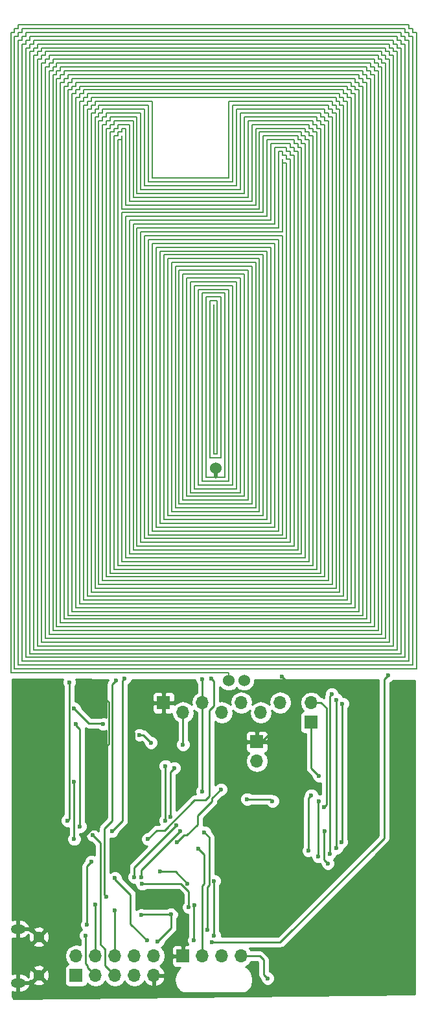
<source format=gbl>
G04 #@! TF.FileFunction,Copper,L2,Bot,Signal*
%FSLAX46Y46*%
G04 Gerber Fmt 4.6, Leading zero omitted, Abs format (unit mm)*
G04 Created by KiCad (PCBNEW 4.0.7-e2-6376~58~ubuntu16.04.1) date Mon Apr 22 12:57:07 2019*
%MOMM*%
%LPD*%
G01*
G04 APERTURE LIST*
%ADD10C,0.100000*%
%ADD11C,0.150000*%
%ADD12C,0.500000*%
%ADD13C,1.524000*%
%ADD14R,1.700000X1.700000*%
%ADD15O,1.700000X1.700000*%
%ADD16C,1.450000*%
%ADD17O,1.900000X1.200000*%
%ADD18C,0.600000*%
%ADD19C,0.250000*%
%ADD20C,0.254000*%
G04 APERTURE END LIST*
D10*
D11*
X193948000Y-100240000D02*
X193948000Y-101240000D01*
D12*
X192248000Y-73440000D02*
X192248000Y-74640000D01*
D11*
X192948000Y-51240000D02*
X192948000Y-72240000D01*
X192948000Y-72240000D02*
X191448000Y-72240000D01*
X191448000Y-72240000D02*
X191448000Y-51740000D01*
X191448000Y-51740000D02*
X191948000Y-51740000D01*
X191948000Y-51740000D02*
X192448000Y-51740000D01*
X192448000Y-51740000D02*
X192448000Y-71740000D01*
X192448000Y-71740000D02*
X191948000Y-71740000D01*
X191948000Y-71740000D02*
X191948000Y-52240000D01*
X198448000Y-79740000D02*
X185948000Y-79740000D01*
X185948000Y-79740000D02*
X185948000Y-46240000D01*
X185948000Y-46240000D02*
X197948000Y-46240000D01*
X197948000Y-46240000D02*
X197948000Y-79240000D01*
X197948000Y-79240000D02*
X186448000Y-79240000D01*
X186448000Y-79240000D02*
X186448000Y-46740000D01*
X186448000Y-46740000D02*
X197448000Y-46740000D01*
X197448000Y-46740000D02*
X197448000Y-78740000D01*
X197448000Y-78740000D02*
X186948000Y-78740000D01*
X186948000Y-78740000D02*
X186948000Y-47240000D01*
X186948000Y-47240000D02*
X196948000Y-47240000D01*
X196948000Y-47240000D02*
X196948000Y-78240000D01*
X196948000Y-78240000D02*
X187448000Y-78240000D01*
X187448000Y-78240000D02*
X187448000Y-47740000D01*
X187448000Y-47740000D02*
X196448000Y-47740000D01*
X196448000Y-47740000D02*
X196448000Y-77740000D01*
X196448000Y-77740000D02*
X187948000Y-77740000D01*
X187948000Y-77740000D02*
X187948000Y-48240000D01*
X187948000Y-48240000D02*
X195948000Y-48240000D01*
X195948000Y-48240000D02*
X195948000Y-77240000D01*
X195948000Y-77240000D02*
X188448000Y-77240000D01*
X188448000Y-77240000D02*
X188448000Y-48740000D01*
X188448000Y-48740000D02*
X195448000Y-48740000D01*
X195448000Y-48740000D02*
X195448000Y-76740000D01*
X195448000Y-76740000D02*
X188948000Y-76740000D01*
X188948000Y-76740000D02*
X188948000Y-49240000D01*
X188948000Y-49240000D02*
X194948000Y-49240000D01*
X194948000Y-49240000D02*
X194948000Y-76240000D01*
X194948000Y-76240000D02*
X189448000Y-76240000D01*
X189448000Y-76240000D02*
X189448000Y-49740000D01*
X189448000Y-49740000D02*
X194448000Y-49740000D01*
X194448000Y-49740000D02*
X194448000Y-75740000D01*
X194448000Y-75740000D02*
X189948000Y-75740000D01*
X189948000Y-75740000D02*
X189948000Y-50240000D01*
X189948000Y-50240000D02*
X193948000Y-50240000D01*
X193948000Y-50240000D02*
X193948000Y-75240000D01*
X193948000Y-75240000D02*
X190448000Y-75240000D01*
X190448000Y-75240000D02*
X190448000Y-50740000D01*
X190448000Y-50740000D02*
X193448000Y-50740000D01*
X193448000Y-50740000D02*
X193448000Y-74740000D01*
X193448000Y-74740000D02*
X190948000Y-74740000D01*
X190948000Y-74740000D02*
X190948000Y-51240000D01*
X190948000Y-51240000D02*
X192948000Y-51240000D01*
X200948000Y-33740000D02*
X201448000Y-33740000D01*
X201448000Y-33740000D02*
X201448000Y-82740000D01*
X201448000Y-82740000D02*
X182948000Y-82740000D01*
X182948000Y-82740000D02*
X182948000Y-43240000D01*
X182948000Y-43240000D02*
X200948000Y-43240000D01*
X200948000Y-43240000D02*
X200948000Y-82240000D01*
X200948000Y-82240000D02*
X183448000Y-82240000D01*
X183448000Y-82240000D02*
X183448000Y-43740000D01*
X183448000Y-43740000D02*
X200448000Y-43740000D01*
X200448000Y-43740000D02*
X200448000Y-81740000D01*
X200448000Y-81740000D02*
X183948000Y-81740000D01*
X183948000Y-81740000D02*
X183948000Y-44240000D01*
X183948000Y-44240000D02*
X199948000Y-44240000D01*
X199948000Y-44240000D02*
X199948000Y-81240000D01*
X199948000Y-81240000D02*
X184448000Y-81240000D01*
X184448000Y-81240000D02*
X184448000Y-44740000D01*
X184448000Y-44740000D02*
X199448000Y-44740000D01*
X199448000Y-44740000D02*
X199448000Y-80740000D01*
X199448000Y-80740000D02*
X184948000Y-80740000D01*
X184948000Y-80740000D02*
X184948000Y-45240000D01*
X184948000Y-45240000D02*
X198948000Y-45240000D01*
X198948000Y-45240000D02*
X198948000Y-80240000D01*
X198948000Y-80240000D02*
X185448000Y-80240000D01*
X185448000Y-80240000D02*
X185448000Y-45740000D01*
X185448000Y-45740000D02*
X198448000Y-45740000D01*
X198448000Y-45740000D02*
X198448000Y-79740000D01*
X179948000Y-30740000D02*
X179948000Y-39740000D01*
X179948000Y-39740000D02*
X197948000Y-39740000D01*
X197948000Y-39740000D02*
X197948000Y-29740000D01*
X197948000Y-29740000D02*
X203448000Y-29740000D01*
X203448000Y-29740000D02*
X203448000Y-30240000D01*
X203448000Y-30240000D02*
X203948000Y-30240000D01*
X203948000Y-30240000D02*
X203948000Y-30740000D01*
X203948000Y-30740000D02*
X204448000Y-30740000D01*
X204448000Y-30740000D02*
X204448000Y-85740000D01*
X204448000Y-85740000D02*
X179948000Y-85740000D01*
X179948000Y-85740000D02*
X179948000Y-40240000D01*
X179948000Y-40240000D02*
X198448000Y-40240000D01*
X198448000Y-40240000D02*
X198448000Y-30240000D01*
X198448000Y-30240000D02*
X202948000Y-30240000D01*
X202948000Y-30240000D02*
X202948000Y-30740000D01*
X202948000Y-30740000D02*
X203448000Y-30740000D01*
X203448000Y-30740000D02*
X203448000Y-31240000D01*
X203448000Y-31240000D02*
X203948000Y-31240000D01*
X203948000Y-31240000D02*
X203948000Y-85240000D01*
X203948000Y-85240000D02*
X180448000Y-85240000D01*
X180448000Y-85240000D02*
X180448000Y-40740000D01*
X180448000Y-40740000D02*
X198948000Y-40740000D01*
X198948000Y-40740000D02*
X198948000Y-30740000D01*
X198948000Y-30740000D02*
X202448000Y-30740000D01*
X202448000Y-30740000D02*
X202448000Y-31240000D01*
X202448000Y-31240000D02*
X202948000Y-31240000D01*
X202948000Y-31240000D02*
X202948000Y-31740000D01*
X202948000Y-31740000D02*
X203448000Y-31740000D01*
X203448000Y-31740000D02*
X203448000Y-84740000D01*
X203448000Y-84740000D02*
X180948000Y-84740000D01*
X180948000Y-84740000D02*
X180948000Y-41240000D01*
X180948000Y-41240000D02*
X199448000Y-41240000D01*
X199448000Y-41240000D02*
X199448000Y-31240000D01*
X199448000Y-31240000D02*
X201948000Y-31240000D01*
X201948000Y-31240000D02*
X201948000Y-31740000D01*
X201948000Y-31740000D02*
X202448000Y-31740000D01*
X202448000Y-31740000D02*
X202448000Y-32240000D01*
X202448000Y-32240000D02*
X202948000Y-32240000D01*
X202948000Y-32240000D02*
X202948000Y-84240000D01*
X202948000Y-84240000D02*
X181448000Y-84240000D01*
X181448000Y-84240000D02*
X181448000Y-41740000D01*
X181448000Y-41740000D02*
X199948000Y-41740000D01*
X199948000Y-41740000D02*
X199948000Y-31740000D01*
X199948000Y-31740000D02*
X201448000Y-31740000D01*
X201448000Y-31740000D02*
X201448000Y-32240000D01*
X201448000Y-32240000D02*
X201948000Y-32240000D01*
X201948000Y-32240000D02*
X201948000Y-32740000D01*
X201948000Y-32740000D02*
X202448000Y-32740000D01*
X202448000Y-32740000D02*
X202448000Y-83740000D01*
X202448000Y-83740000D02*
X181948000Y-83740000D01*
X181948000Y-83740000D02*
X181948000Y-42240000D01*
X181948000Y-42240000D02*
X200448000Y-42240000D01*
X200448000Y-42240000D02*
X200448000Y-32240000D01*
X200448000Y-32240000D02*
X200948000Y-32240000D01*
X200948000Y-32240000D02*
X200948000Y-32740000D01*
X200948000Y-32740000D02*
X201448000Y-32740000D01*
X201448000Y-32740000D02*
X201448000Y-33240000D01*
X201448000Y-33240000D02*
X201948000Y-33240000D01*
X201948000Y-33240000D02*
X201948000Y-33740000D01*
X201948000Y-33740000D02*
X201948000Y-83240000D01*
X201948000Y-83240000D02*
X182448000Y-83240000D01*
X182448000Y-83240000D02*
X182448000Y-42740000D01*
X182448000Y-42740000D02*
X200948000Y-42740000D01*
X200948000Y-42740000D02*
X200948000Y-33240000D01*
X182948000Y-26740000D02*
X182948000Y-36740000D01*
X182948000Y-36740000D02*
X194948000Y-36740000D01*
X194948000Y-36740000D02*
X194948000Y-26740000D01*
X194948000Y-26740000D02*
X206448000Y-26740000D01*
X206448000Y-26740000D02*
X206448000Y-27240000D01*
X206448000Y-27240000D02*
X206948000Y-27240000D01*
X206948000Y-27240000D02*
X206948000Y-27740000D01*
X206948000Y-27740000D02*
X207448000Y-27740000D01*
X207448000Y-27740000D02*
X207448000Y-88740000D01*
X207448000Y-88740000D02*
X176948000Y-88740000D01*
X176948000Y-88740000D02*
X176948000Y-28240000D01*
X176948000Y-28240000D02*
X177448000Y-28240000D01*
X177448000Y-28240000D02*
X177448000Y-27740000D01*
X177448000Y-27740000D02*
X177948000Y-27740000D01*
X177948000Y-27740000D02*
X177948000Y-27240000D01*
X177948000Y-27240000D02*
X182448000Y-27240000D01*
X182448000Y-27240000D02*
X182448000Y-37240000D01*
X182448000Y-37240000D02*
X195448000Y-37240000D01*
X195448000Y-37240000D02*
X195448000Y-27240000D01*
X195448000Y-27240000D02*
X205948000Y-27240000D01*
X205948000Y-27240000D02*
X205948000Y-27740000D01*
X205948000Y-27740000D02*
X206448000Y-27740000D01*
X206448000Y-27740000D02*
X206448000Y-28240000D01*
X206448000Y-28240000D02*
X206948000Y-28240000D01*
X206948000Y-28240000D02*
X206948000Y-88240000D01*
X206948000Y-88240000D02*
X177448000Y-88240000D01*
X177448000Y-88240000D02*
X177448000Y-28740000D01*
X177448000Y-28740000D02*
X177948000Y-28740000D01*
X177948000Y-28740000D02*
X177948000Y-28240000D01*
X177948000Y-28240000D02*
X178448000Y-28240000D01*
X178448000Y-28240000D02*
X178448000Y-27740000D01*
X178448000Y-27740000D02*
X181948000Y-27740000D01*
X181948000Y-27740000D02*
X181948000Y-37740000D01*
X181948000Y-37740000D02*
X195948000Y-37740000D01*
X195948000Y-37740000D02*
X195948000Y-27740000D01*
X195948000Y-27740000D02*
X205448000Y-27740000D01*
X205448000Y-27740000D02*
X205448000Y-28240000D01*
X205448000Y-28240000D02*
X205948000Y-28240000D01*
X205948000Y-28240000D02*
X205948000Y-28740000D01*
X205948000Y-28740000D02*
X206448000Y-28740000D01*
X206448000Y-28740000D02*
X206448000Y-87740000D01*
X206448000Y-87740000D02*
X177948000Y-87740000D01*
X177948000Y-87740000D02*
X177948000Y-29240000D01*
X177948000Y-29240000D02*
X178448000Y-29240000D01*
X178448000Y-29240000D02*
X178448000Y-28740000D01*
X178448000Y-28740000D02*
X178948000Y-28740000D01*
X178948000Y-28740000D02*
X178948000Y-28240000D01*
X178948000Y-28240000D02*
X181448000Y-28240000D01*
X181448000Y-28240000D02*
X181448000Y-38240000D01*
X181448000Y-38240000D02*
X196448000Y-38240000D01*
X196448000Y-38240000D02*
X196448000Y-28240000D01*
X196448000Y-28240000D02*
X204948000Y-28240000D01*
X204948000Y-28240000D02*
X204948000Y-28740000D01*
X204948000Y-28740000D02*
X205448000Y-28740000D01*
X205448000Y-28740000D02*
X205448000Y-29240000D01*
X205448000Y-29240000D02*
X205948000Y-29240000D01*
X205948000Y-29240000D02*
X205948000Y-87240000D01*
X205948000Y-87240000D02*
X178448000Y-87240000D01*
X178448000Y-87240000D02*
X178448000Y-29740000D01*
X178448000Y-29740000D02*
X178948000Y-29740000D01*
X178948000Y-29740000D02*
X178948000Y-29240000D01*
X178948000Y-29240000D02*
X179448000Y-29240000D01*
X179448000Y-29240000D02*
X179448000Y-28740000D01*
X179448000Y-28740000D02*
X180948000Y-28740000D01*
X180948000Y-28740000D02*
X180948000Y-38740000D01*
X180948000Y-38740000D02*
X196948000Y-38740000D01*
X196948000Y-38740000D02*
X196948000Y-28740000D01*
X196948000Y-28740000D02*
X204448000Y-28740000D01*
X204448000Y-28740000D02*
X204448000Y-29240000D01*
X204448000Y-29240000D02*
X204948000Y-29240000D01*
X204948000Y-29240000D02*
X204948000Y-29740000D01*
X204948000Y-29740000D02*
X205448000Y-29740000D01*
X205448000Y-29740000D02*
X205448000Y-86740000D01*
X205448000Y-86740000D02*
X178948000Y-86740000D01*
X178948000Y-86740000D02*
X178948000Y-30240000D01*
X178948000Y-30240000D02*
X179448000Y-30240000D01*
X179448000Y-30240000D02*
X179448000Y-29740000D01*
X179448000Y-29740000D02*
X179948000Y-29740000D01*
X179948000Y-29740000D02*
X179948000Y-29240000D01*
X179948000Y-29240000D02*
X180448000Y-29240000D01*
X180448000Y-29240000D02*
X180448000Y-39240000D01*
X180448000Y-39240000D02*
X197448000Y-39240000D01*
X197448000Y-39240000D02*
X197448000Y-29240000D01*
X197448000Y-29240000D02*
X203948000Y-29240000D01*
X203948000Y-29240000D02*
X203948000Y-29740000D01*
X203948000Y-29740000D02*
X204448000Y-29740000D01*
X204448000Y-29740000D02*
X204448000Y-30240000D01*
X204448000Y-30240000D02*
X204948000Y-30240000D01*
X204948000Y-30240000D02*
X204948000Y-86240000D01*
X204948000Y-86240000D02*
X179448000Y-86240000D01*
X179448000Y-86240000D02*
X179448000Y-30740000D01*
X179448000Y-30740000D02*
X179948000Y-30740000D01*
X179948000Y-30740000D02*
X179948000Y-30240000D01*
X211448000Y-22240000D02*
X211948000Y-22240000D01*
X211948000Y-22240000D02*
X211948000Y-22740000D01*
X211948000Y-22740000D02*
X212448000Y-22740000D01*
X212448000Y-22740000D02*
X212448000Y-93740000D01*
X212448000Y-93740000D02*
X171948000Y-93740000D01*
X171948000Y-93740000D02*
X171948000Y-23240000D01*
X171948000Y-23240000D02*
X172448000Y-23240000D01*
X172448000Y-23240000D02*
X172448000Y-22740000D01*
X172448000Y-22740000D02*
X172948000Y-22740000D01*
X172948000Y-22740000D02*
X172948000Y-22240000D01*
X172948000Y-22240000D02*
X210948000Y-22240000D01*
X210948000Y-22240000D02*
X210948000Y-22740000D01*
X210948000Y-22740000D02*
X211448000Y-22740000D01*
X211448000Y-22740000D02*
X211448000Y-23240000D01*
X211448000Y-23240000D02*
X211948000Y-23240000D01*
X211948000Y-23240000D02*
X211948000Y-93240000D01*
X211948000Y-93240000D02*
X172448000Y-93240000D01*
X172448000Y-93240000D02*
X172448000Y-23740000D01*
X172448000Y-23740000D02*
X172948000Y-23740000D01*
X172948000Y-23740000D02*
X172948000Y-23240000D01*
X172948000Y-23240000D02*
X173448000Y-23240000D01*
X173448000Y-23240000D02*
X173448000Y-22740000D01*
X173448000Y-22740000D02*
X210448000Y-22740000D01*
X210448000Y-22740000D02*
X210448000Y-23240000D01*
X210448000Y-23240000D02*
X210948000Y-23240000D01*
X210948000Y-23240000D02*
X210948000Y-23740000D01*
X210948000Y-23740000D02*
X211448000Y-23740000D01*
X211448000Y-23740000D02*
X211448000Y-92740000D01*
X211448000Y-92740000D02*
X172948000Y-92740000D01*
X172948000Y-92740000D02*
X172948000Y-24240000D01*
X172948000Y-24240000D02*
X173448000Y-24240000D01*
X173448000Y-24240000D02*
X173448000Y-23740000D01*
X173448000Y-23740000D02*
X173948000Y-23740000D01*
X173948000Y-23740000D02*
X173948000Y-23240000D01*
X173948000Y-23240000D02*
X209948000Y-23240000D01*
X209948000Y-23240000D02*
X209948000Y-23740000D01*
X209948000Y-23740000D02*
X210448000Y-23740000D01*
X210448000Y-23740000D02*
X210448000Y-24240000D01*
X210448000Y-24240000D02*
X210948000Y-24240000D01*
X210948000Y-24240000D02*
X210948000Y-92240000D01*
X210948000Y-92240000D02*
X173448000Y-92240000D01*
X173448000Y-92240000D02*
X173448000Y-24740000D01*
X173448000Y-24740000D02*
X173948000Y-24740000D01*
X173948000Y-24740000D02*
X173948000Y-24240000D01*
X173948000Y-24240000D02*
X174448000Y-24240000D01*
X174448000Y-24240000D02*
X174448000Y-23740000D01*
X174448000Y-23740000D02*
X209448000Y-23740000D01*
X209448000Y-23740000D02*
X209448000Y-24240000D01*
X209448000Y-24240000D02*
X209948000Y-24240000D01*
X209948000Y-24240000D02*
X209948000Y-24740000D01*
X209948000Y-24740000D02*
X210448000Y-24740000D01*
X210448000Y-24740000D02*
X210448000Y-91740000D01*
X210448000Y-91740000D02*
X173948000Y-91740000D01*
X173948000Y-91740000D02*
X173948000Y-25240000D01*
X173948000Y-25240000D02*
X174448000Y-25240000D01*
X174448000Y-25240000D02*
X174448000Y-24740000D01*
X174448000Y-24740000D02*
X174948000Y-24740000D01*
X174948000Y-24740000D02*
X174948000Y-24240000D01*
X174948000Y-24240000D02*
X208948000Y-24240000D01*
X208948000Y-24240000D02*
X208948000Y-24740000D01*
X208948000Y-24740000D02*
X209448000Y-24740000D01*
X209448000Y-24740000D02*
X209448000Y-25240000D01*
X209448000Y-25240000D02*
X209948000Y-25240000D01*
X209948000Y-25240000D02*
X209948000Y-91240000D01*
X209948000Y-91240000D02*
X174448000Y-91240000D01*
X174448000Y-91240000D02*
X174448000Y-25740000D01*
X174448000Y-25740000D02*
X174948000Y-25740000D01*
X174948000Y-25740000D02*
X174948000Y-25240000D01*
X174948000Y-25240000D02*
X175448000Y-25240000D01*
X175448000Y-25240000D02*
X175448000Y-24740000D01*
X175448000Y-24740000D02*
X208448000Y-24740000D01*
X208448000Y-24740000D02*
X208448000Y-25240000D01*
X208448000Y-25240000D02*
X208948000Y-25240000D01*
X208948000Y-25240000D02*
X208948000Y-25740000D01*
X208948000Y-25740000D02*
X209448000Y-25740000D01*
X209448000Y-25740000D02*
X209448000Y-90740000D01*
X209448000Y-90740000D02*
X174948000Y-90740000D01*
X174948000Y-90740000D02*
X174948000Y-26240000D01*
X174948000Y-26240000D02*
X175448000Y-26240000D01*
X175448000Y-26240000D02*
X175448000Y-25740000D01*
X175448000Y-25740000D02*
X175948000Y-25740000D01*
X175948000Y-25740000D02*
X175948000Y-25240000D01*
X175948000Y-25240000D02*
X207948000Y-25240000D01*
X207948000Y-25240000D02*
X207948000Y-25740000D01*
X207948000Y-25740000D02*
X208448000Y-25740000D01*
X208448000Y-25740000D02*
X208448000Y-26240000D01*
X208448000Y-26240000D02*
X208948000Y-26240000D01*
X208948000Y-26240000D02*
X208948000Y-90240000D01*
X208948000Y-90240000D02*
X175448000Y-90240000D01*
X175448000Y-90240000D02*
X175448000Y-26740000D01*
X175448000Y-26740000D02*
X175948000Y-26740000D01*
X175948000Y-26740000D02*
X175948000Y-26240000D01*
X175948000Y-26240000D02*
X176448000Y-26240000D01*
X176448000Y-26240000D02*
X176448000Y-25740000D01*
X176448000Y-25740000D02*
X183948000Y-25740000D01*
X183948000Y-25740000D02*
X183948000Y-35740000D01*
X183948000Y-35740000D02*
X193948000Y-35740000D01*
X193948000Y-35740000D02*
X193948000Y-25740000D01*
X193948000Y-25740000D02*
X207448000Y-25740000D01*
X207448000Y-25740000D02*
X207448000Y-26240000D01*
X207448000Y-26240000D02*
X207948000Y-26240000D01*
X207948000Y-26240000D02*
X207948000Y-26740000D01*
X207948000Y-26740000D02*
X208448000Y-26740000D01*
X208448000Y-26740000D02*
X208448000Y-27240000D01*
X208448000Y-27240000D02*
X208448000Y-89740000D01*
X208448000Y-89740000D02*
X175948000Y-89740000D01*
X175948000Y-89740000D02*
X175948000Y-27240000D01*
X175948000Y-27240000D02*
X176448000Y-27240000D01*
X176448000Y-27240000D02*
X176448000Y-26740000D01*
X176448000Y-26740000D02*
X176948000Y-26740000D01*
X176948000Y-26740000D02*
X176948000Y-26240000D01*
X176948000Y-26240000D02*
X183448000Y-26240000D01*
X183448000Y-26240000D02*
X183448000Y-36240000D01*
X183448000Y-36240000D02*
X194448000Y-36240000D01*
X194448000Y-36240000D02*
X194448000Y-26240000D01*
X194448000Y-26240000D02*
X206948000Y-26240000D01*
X206948000Y-26240000D02*
X206948000Y-26740000D01*
X206948000Y-26740000D02*
X207448000Y-26740000D01*
X207448000Y-26740000D02*
X207448000Y-27240000D01*
X207448000Y-27240000D02*
X207948000Y-27240000D01*
X207948000Y-27240000D02*
X207948000Y-89240000D01*
X207948000Y-89240000D02*
X176448000Y-89240000D01*
X176448000Y-89240000D02*
X176448000Y-27740000D01*
X176448000Y-27740000D02*
X176948000Y-27740000D01*
X176948000Y-27740000D02*
X176948000Y-27240000D01*
X176948000Y-27240000D02*
X177448000Y-27240000D01*
X177448000Y-27240000D02*
X177448000Y-26740000D01*
X177448000Y-26740000D02*
X182948000Y-26740000D01*
X170448000Y-19740000D02*
X213448000Y-19740000D01*
X213448000Y-19740000D02*
X213448000Y-20240000D01*
X213448000Y-20240000D02*
X213948000Y-20240000D01*
X213948000Y-20240000D02*
X213948000Y-20740000D01*
X213948000Y-20740000D02*
X214448000Y-20740000D01*
X214448000Y-20740000D02*
X214448000Y-95740000D01*
X214448000Y-95740000D02*
X169948000Y-95740000D01*
X169948000Y-95740000D02*
X169948000Y-21240000D01*
X169948000Y-21240000D02*
X170448000Y-21240000D01*
X170448000Y-21240000D02*
X170448000Y-20740000D01*
X170448000Y-20740000D02*
X170948000Y-20740000D01*
X170948000Y-20740000D02*
X170948000Y-20240000D01*
X170948000Y-20240000D02*
X212948000Y-20240000D01*
X212948000Y-20240000D02*
X212948000Y-20740000D01*
X212948000Y-20740000D02*
X213448000Y-20740000D01*
X213448000Y-20740000D02*
X213448000Y-21240000D01*
X213448000Y-21240000D02*
X213948000Y-21240000D01*
X213948000Y-21240000D02*
X213948000Y-95240000D01*
X213948000Y-95240000D02*
X170448000Y-95240000D01*
X170448000Y-95240000D02*
X170448000Y-21740000D01*
X170448000Y-21740000D02*
X170948000Y-21740000D01*
X170948000Y-21740000D02*
X170948000Y-21240000D01*
X170948000Y-21240000D02*
X171448000Y-21240000D01*
X171448000Y-21240000D02*
X171448000Y-20740000D01*
X171448000Y-20740000D02*
X212448000Y-20740000D01*
X212448000Y-20740000D02*
X212448000Y-21240000D01*
X212448000Y-21240000D02*
X212948000Y-21240000D01*
X212948000Y-21240000D02*
X212948000Y-21740000D01*
X212948000Y-21740000D02*
X213448000Y-21740000D01*
X213448000Y-21740000D02*
X213448000Y-94740000D01*
X213448000Y-94740000D02*
X170948000Y-94740000D01*
X170948000Y-94740000D02*
X170948000Y-22240000D01*
X170948000Y-22240000D02*
X171448000Y-22240000D01*
X171448000Y-22240000D02*
X171448000Y-21740000D01*
X171448000Y-21740000D02*
X171948000Y-21740000D01*
X171948000Y-21740000D02*
X171948000Y-21240000D01*
X171948000Y-21240000D02*
X211948000Y-21240000D01*
X211948000Y-21240000D02*
X211948000Y-21740000D01*
X211948000Y-21740000D02*
X212448000Y-21740000D01*
X212448000Y-21740000D02*
X212448000Y-22240000D01*
X212448000Y-22240000D02*
X212948000Y-22240000D01*
X212948000Y-22240000D02*
X212948000Y-94240000D01*
X212948000Y-94240000D02*
X171448000Y-94240000D01*
X171448000Y-94240000D02*
X171448000Y-22740000D01*
X171448000Y-22740000D02*
X171948000Y-22740000D01*
X171948000Y-22740000D02*
X171948000Y-22240000D01*
X171948000Y-22240000D02*
X172448000Y-22240000D01*
X172448000Y-22240000D02*
X172448000Y-21740000D01*
X172448000Y-21740000D02*
X211448000Y-21740000D01*
X211448000Y-21740000D02*
X211448000Y-22240000D01*
X216448000Y-97740000D02*
X167948000Y-97740000D01*
X167948000Y-97740000D02*
X167948000Y-19240000D01*
X167948000Y-19240000D02*
X168448000Y-19240000D01*
X168448000Y-19240000D02*
X168448000Y-18740000D01*
X168448000Y-18740000D02*
X168948000Y-18740000D01*
X168948000Y-18740000D02*
X168948000Y-18240000D01*
X168948000Y-18240000D02*
X214948000Y-18240000D01*
X214948000Y-18240000D02*
X214948000Y-18740000D01*
X214948000Y-18740000D02*
X215448000Y-18740000D01*
X215448000Y-18740000D02*
X215448000Y-19240000D01*
X215448000Y-19240000D02*
X215948000Y-19240000D01*
X215948000Y-19240000D02*
X215948000Y-97240000D01*
X215948000Y-97240000D02*
X168448000Y-97240000D01*
X168448000Y-97240000D02*
X168448000Y-19740000D01*
X168448000Y-19740000D02*
X168948000Y-19740000D01*
X168948000Y-19740000D02*
X168948000Y-19240000D01*
X168948000Y-19240000D02*
X169448000Y-19240000D01*
X169448000Y-19240000D02*
X169448000Y-18740000D01*
X169448000Y-18740000D02*
X214448000Y-18740000D01*
X214448000Y-18740000D02*
X214448000Y-19240000D01*
X214448000Y-19240000D02*
X214948000Y-19240000D01*
X214948000Y-19240000D02*
X214948000Y-19740000D01*
X214948000Y-19740000D02*
X215448000Y-19740000D01*
X215448000Y-19740000D02*
X215448000Y-96740000D01*
X215448000Y-96740000D02*
X168948000Y-96740000D01*
X168948000Y-96740000D02*
X168948000Y-20240000D01*
X168948000Y-20240000D02*
X169198000Y-20240000D01*
X169198000Y-20240000D02*
X169448000Y-20240000D01*
X169448000Y-20240000D02*
X169448000Y-19740000D01*
X169448000Y-19740000D02*
X169948000Y-19740000D01*
X169948000Y-19740000D02*
X169948000Y-19240000D01*
X169948000Y-19240000D02*
X213948000Y-19240000D01*
X213948000Y-19240000D02*
X213948000Y-19490000D01*
X213948000Y-19490000D02*
X213948000Y-19740000D01*
X213948000Y-19740000D02*
X214448000Y-19740000D01*
X214448000Y-19740000D02*
X214448000Y-20240000D01*
X214448000Y-20240000D02*
X214948000Y-20240000D01*
X214948000Y-20240000D02*
X214948000Y-96240000D01*
X214948000Y-96240000D02*
X169448000Y-96240000D01*
X169448000Y-96240000D02*
X169448000Y-20740000D01*
X169448000Y-20740000D02*
X169948000Y-20740000D01*
X169948000Y-20740000D02*
X169948000Y-20240000D01*
X169948000Y-20240000D02*
X170448000Y-20240000D01*
X170448000Y-20240000D02*
X170448000Y-19740000D01*
X216948000Y-16740000D02*
X217448000Y-16740000D01*
X215948000Y-18740000D02*
X216448000Y-18740000D01*
X217448000Y-16740000D02*
X217448000Y-17240000D01*
X217448000Y-17240000D02*
X217948000Y-17240000D01*
X217948000Y-17240000D02*
X217948000Y-99240000D01*
X217948000Y-99240000D02*
X166448000Y-99240000D01*
X166448000Y-99240000D02*
X166448000Y-17740000D01*
X166448000Y-17740000D02*
X166948000Y-17740000D01*
X166948000Y-17740000D02*
X166948000Y-17240000D01*
X166948000Y-17240000D02*
X167448000Y-17240000D01*
X167448000Y-17240000D02*
X167448000Y-16740000D01*
X167448000Y-16740000D02*
X216448000Y-16740000D01*
X216448000Y-16740000D02*
X216448000Y-17240000D01*
X216448000Y-17240000D02*
X216948000Y-17240000D01*
X216948000Y-17240000D02*
X216948000Y-17740000D01*
X216948000Y-17740000D02*
X217448000Y-17740000D01*
X217448000Y-17740000D02*
X217448000Y-98740000D01*
X217448000Y-98740000D02*
X166948000Y-98740000D01*
X166948000Y-98740000D02*
X166948000Y-18240000D01*
X166948000Y-18240000D02*
X167448000Y-18240000D01*
X167448000Y-18240000D02*
X167448000Y-17740000D01*
X167448000Y-17740000D02*
X167948000Y-17740000D01*
X167948000Y-17740000D02*
X167948000Y-17240000D01*
X167948000Y-17240000D02*
X215948000Y-17240000D01*
X215948000Y-17240000D02*
X215948000Y-17740000D01*
X215948000Y-17740000D02*
X216448000Y-17740000D01*
X216448000Y-17740000D02*
X216448000Y-18240000D01*
X216448000Y-18240000D02*
X216948000Y-18240000D01*
X216948000Y-18240000D02*
X216948000Y-98240000D01*
X216948000Y-98240000D02*
X167448000Y-98240000D01*
X167448000Y-98240000D02*
X167448000Y-18740000D01*
X167448000Y-18740000D02*
X167948000Y-18740000D01*
X167948000Y-18740000D02*
X167948000Y-18240000D01*
X167948000Y-18240000D02*
X168448000Y-18240000D01*
X168448000Y-18240000D02*
X168448000Y-17990000D01*
X168448000Y-17990000D02*
X168448000Y-17740000D01*
X168448000Y-17740000D02*
X215448000Y-17740000D01*
X215448000Y-17740000D02*
X215448000Y-18240000D01*
X215448000Y-18240000D02*
X215948000Y-18240000D01*
X215948000Y-18240000D02*
X215948000Y-18740000D01*
X216448000Y-18990000D02*
X216448000Y-18740000D01*
X216448000Y-18740000D02*
X216448000Y-97740000D01*
X218448000Y-16740000D02*
X218448000Y-99740000D01*
X218448000Y-99740000D02*
X165948000Y-99740000D01*
X165948000Y-99740000D02*
X165948000Y-17240000D01*
X165948000Y-17240000D02*
X166448000Y-17240000D01*
X166448000Y-17240000D02*
X166448000Y-16740000D01*
X166448000Y-16740000D02*
X166948000Y-16740000D01*
X166948000Y-16740000D02*
X166948000Y-16240000D01*
X166948000Y-16240000D02*
X216948000Y-16240000D01*
X216948000Y-16240000D02*
X216948000Y-16740000D01*
X217448000Y-16240000D02*
X217948000Y-16240000D01*
X217948000Y-16240000D02*
X217948000Y-16740000D01*
X217948000Y-16740000D02*
X218448000Y-16740000D01*
X193948000Y-100240000D02*
X165448000Y-100240000D01*
X165448000Y-100240000D02*
X165448000Y-16740000D01*
X165448000Y-16740000D02*
X165948000Y-16740000D01*
X165948000Y-16740000D02*
X165948000Y-16240000D01*
X165948000Y-16240000D02*
X166448000Y-16240000D01*
X166448000Y-16240000D02*
X166448000Y-15740000D01*
X166448000Y-15740000D02*
X217448000Y-15740000D01*
X217448000Y-15740000D02*
X217448000Y-16240000D01*
D13*
X192248000Y-73540000D03*
X193948000Y-101240000D03*
X195948000Y-101240000D03*
D14*
X185420000Y-104140000D03*
D15*
X187960000Y-105410000D03*
X190500000Y-104140000D03*
X193040000Y-105410000D03*
X195580000Y-104140000D03*
X198120000Y-105410000D03*
X200660000Y-104140000D03*
D14*
X187960000Y-137160000D03*
D15*
X190500000Y-137160000D03*
X193040000Y-137160000D03*
X195580000Y-137160000D03*
D14*
X204724000Y-106680000D03*
D15*
X204724000Y-104140000D03*
D14*
X197612000Y-109220000D03*
D15*
X197612000Y-111760000D03*
D14*
X173990000Y-139700000D03*
D15*
X173990000Y-137160000D03*
X176530000Y-139700000D03*
X176530000Y-137160000D03*
X179070000Y-139700000D03*
X179070000Y-137160000D03*
X181610000Y-139700000D03*
X181610000Y-137160000D03*
X184150000Y-139700000D03*
X184150000Y-137160000D03*
D16*
X169101000Y-134660000D03*
X169101000Y-139660000D03*
D17*
X166401000Y-133660000D03*
X166401000Y-140660000D03*
D18*
X187960000Y-109601000D03*
X196342000Y-116713000D03*
X199644000Y-116967000D03*
X182499000Y-131826000D03*
X175387000Y-133096000D03*
X176022000Y-124841000D03*
X205740000Y-113665000D03*
X199009000Y-140081000D03*
X173736000Y-104902000D03*
X177546000Y-106934000D03*
X192913000Y-115443000D03*
X187198000Y-122301000D03*
X184658000Y-135255000D03*
X186436000Y-131699000D03*
X179070000Y-122047000D03*
X171831000Y-124714000D03*
X167513000Y-121920000D03*
X175260000Y-123317000D03*
X177546000Y-103378000D03*
X202184000Y-110871000D03*
X201803000Y-113665000D03*
X184912000Y-116332000D03*
X182245000Y-118491000D03*
X184658000Y-110617000D03*
X181610000Y-109474000D03*
X168529000Y-104775000D03*
X168529000Y-108839000D03*
X185928000Y-129921000D03*
X200914000Y-100711000D03*
X186309000Y-118999000D03*
X186817000Y-112649000D03*
X185674000Y-112395000D03*
X185674000Y-119507000D03*
X182626000Y-127762000D03*
X188722000Y-130810000D03*
X207137000Y-123825000D03*
X207391000Y-102997000D03*
X184979325Y-126123855D03*
X188538462Y-127710577D03*
X208026000Y-123063000D03*
X208026000Y-103759000D03*
X208661000Y-122301000D03*
X208788000Y-104267000D03*
X190500000Y-115697000D03*
X173101000Y-101473000D03*
X172847000Y-119507000D03*
X190500000Y-101092000D03*
X173990000Y-106934000D03*
X174498000Y-120269000D03*
X183769000Y-109347000D03*
X182245000Y-108331000D03*
X189992000Y-123190000D03*
X206375000Y-117729000D03*
X206502000Y-120904000D03*
X206883000Y-125095000D03*
X175260000Y-134493000D03*
X191135000Y-133731000D03*
X190754000Y-121031000D03*
X176530000Y-130429000D03*
X181610000Y-126873000D03*
X187071000Y-120142000D03*
X176149000Y-121412000D03*
X179070000Y-131191000D03*
X182499000Y-126873000D03*
X187579000Y-120904000D03*
X192024000Y-134493000D03*
X192024000Y-127381000D03*
X204343000Y-123444000D03*
X204724000Y-116205000D03*
X205613000Y-124206000D03*
X205740000Y-116967000D03*
X189357000Y-135128000D03*
X189484000Y-130556000D03*
X173736000Y-121920000D03*
X173736000Y-114427000D03*
X183388000Y-121920000D03*
X191643000Y-100965000D03*
X178689000Y-120904000D03*
X180340000Y-100965000D03*
X177927000Y-129413000D03*
X179197000Y-101219000D03*
X179070000Y-127000000D03*
X183261000Y-135128000D03*
X191770000Y-135382000D03*
X214757000Y-100584000D03*
D19*
X187960000Y-105410000D02*
X187960000Y-109601000D01*
X199390000Y-116713000D02*
X196342000Y-116713000D01*
X199644000Y-116967000D02*
X199390000Y-116713000D01*
X182626000Y-131699000D02*
X186436000Y-131699000D01*
X182499000Y-131826000D02*
X182626000Y-131699000D01*
X175387000Y-125476000D02*
X175387000Y-133096000D01*
X176022000Y-124841000D02*
X175387000Y-125476000D01*
X204724000Y-112649000D02*
X204724000Y-106680000D01*
X205740000Y-113665000D02*
X204724000Y-112649000D01*
X198501000Y-137668000D02*
X197993000Y-137160000D01*
X197993000Y-137160000D02*
X195580000Y-137160000D01*
X198501000Y-139573000D02*
X198501000Y-137668000D01*
X199009000Y-140081000D02*
X198501000Y-139573000D01*
X175641000Y-106807000D02*
X173736000Y-104902000D01*
X177419000Y-106807000D02*
X175641000Y-106807000D01*
X177546000Y-106934000D02*
X177419000Y-106807000D01*
X191770000Y-116586000D02*
X192913000Y-115443000D01*
X191770000Y-116967000D02*
X191770000Y-116586000D01*
X191135000Y-117602000D02*
X191770000Y-116967000D01*
X189865000Y-118872000D02*
X191135000Y-117602000D01*
X189865000Y-120015000D02*
X189865000Y-118872000D01*
X188468000Y-121412000D02*
X189865000Y-120015000D01*
X188087000Y-121412000D02*
X188468000Y-121412000D01*
X187198000Y-122301000D02*
X188087000Y-121412000D01*
X186436000Y-133477000D02*
X186436000Y-131699000D01*
X184658000Y-135255000D02*
X186436000Y-133477000D01*
X185928000Y-129921000D02*
X183134000Y-129921000D01*
X180467000Y-123444000D02*
X179070000Y-122047000D01*
X180467000Y-127254000D02*
X180467000Y-123444000D01*
X183134000Y-129921000D02*
X180467000Y-127254000D01*
X171831000Y-124714000D02*
X171704000Y-124587000D01*
X171704000Y-124587000D02*
X170180000Y-124587000D01*
X170180000Y-124587000D02*
X167513000Y-121920000D01*
X175260000Y-121412000D02*
X175260000Y-123317000D01*
X176022000Y-120650000D02*
X175260000Y-121412000D01*
X176530000Y-120650000D02*
X176022000Y-120650000D01*
X178054000Y-119126000D02*
X176530000Y-120650000D01*
X178054000Y-109728000D02*
X178054000Y-119126000D01*
X178238998Y-109543002D02*
X178054000Y-109728000D01*
X178238998Y-104070998D02*
X178238998Y-109543002D01*
X177546000Y-103378000D02*
X178238998Y-104070998D01*
X202184000Y-113284000D02*
X202184000Y-110871000D01*
X201803000Y-113665000D02*
X202184000Y-113284000D01*
X184404000Y-116332000D02*
X184912000Y-116332000D01*
X182245000Y-118491000D02*
X184404000Y-116332000D01*
X185420000Y-104140000D02*
X185420000Y-109855000D01*
X185420000Y-109855000D02*
X184658000Y-110617000D01*
X180975000Y-106426000D02*
X183261000Y-104140000D01*
X183261000Y-104140000D02*
X185420000Y-104140000D01*
X180975000Y-107405998D02*
X180975000Y-106426000D01*
X181610000Y-109474000D02*
X181610000Y-108040998D01*
X181610000Y-108040998D02*
X180975000Y-107405998D01*
X168529000Y-104775000D02*
X168529000Y-108839000D01*
X187960000Y-137160000D02*
X187960000Y-131953000D01*
X187960000Y-131953000D02*
X185928000Y-129921000D01*
X200914000Y-100711000D02*
X202184000Y-101981000D01*
X202184000Y-101981000D02*
X202184000Y-104648000D01*
X202184000Y-104648000D02*
X199771000Y-107061000D01*
X199771000Y-107061000D02*
X199771000Y-107696000D01*
X199771000Y-107696000D02*
X198247000Y-109220000D01*
X198247000Y-109220000D02*
X197612000Y-109220000D01*
X186309000Y-113157000D02*
X186309000Y-118999000D01*
X186817000Y-112649000D02*
X186309000Y-113157000D01*
X185674000Y-112395000D02*
X185674000Y-119507000D01*
X188722000Y-128778000D02*
X188722000Y-130175000D01*
X188722000Y-130175000D02*
X188722000Y-130810000D01*
X187706000Y-127762000D02*
X182626000Y-127762000D01*
X188722000Y-128778000D02*
X187706000Y-127762000D01*
X207137000Y-103251000D02*
X207137000Y-123825000D01*
X207391000Y-102997000D02*
X207137000Y-103251000D01*
X188538462Y-127710577D02*
X186951740Y-126123855D01*
X186951740Y-126123855D02*
X184979325Y-126123855D01*
X208026000Y-103759000D02*
X208026000Y-123063000D01*
X208788000Y-104267000D02*
X208788000Y-122174000D01*
X208788000Y-122174000D02*
X208661000Y-122301000D01*
X190500000Y-101600000D02*
X190500000Y-101092000D01*
X190500000Y-101600000D02*
X190500000Y-104140000D01*
X190500000Y-104140000D02*
X190500000Y-115697000D01*
X173101000Y-119253000D02*
X173101000Y-101473000D01*
X172847000Y-119507000D02*
X173101000Y-119253000D01*
X173990000Y-107061000D02*
X173990000Y-106934000D01*
X174498000Y-107569000D02*
X173990000Y-107061000D01*
X174498000Y-120269000D02*
X174498000Y-107569000D01*
X182245000Y-108331000D02*
X182753000Y-108331000D01*
X182753000Y-108331000D02*
X183769000Y-109347000D01*
X190754000Y-127762000D02*
X190754000Y-124079000D01*
X190754000Y-124079000D02*
X190754000Y-123952000D01*
X190754000Y-123952000D02*
X189992000Y-123190000D01*
X190500000Y-128016000D02*
X190754000Y-127762000D01*
X190500000Y-128016000D02*
X190500000Y-137160000D01*
X205994000Y-104140000D02*
X204724000Y-104140000D01*
X206686998Y-104832998D02*
X205994000Y-104140000D01*
X206686998Y-117417002D02*
X206686998Y-104832998D01*
X206375000Y-117729000D02*
X206686998Y-117417002D01*
X206502000Y-120904000D02*
X206375000Y-121031000D01*
X206375000Y-121031000D02*
X206375000Y-124587000D01*
X206375000Y-124587000D02*
X206883000Y-125095000D01*
X175514000Y-138684000D02*
X176530000Y-139700000D01*
X175514000Y-138430000D02*
X175514000Y-138684000D01*
X175260000Y-138176000D02*
X175514000Y-138430000D01*
X175260000Y-134493000D02*
X175260000Y-138176000D01*
X191135000Y-128143000D02*
X191135000Y-133731000D01*
X191389000Y-127889000D02*
X191135000Y-128143000D01*
X191389000Y-121666000D02*
X191389000Y-127889000D01*
X190754000Y-121031000D02*
X191389000Y-121666000D01*
X176530000Y-130429000D02*
X176530000Y-137160000D01*
X181610000Y-125603000D02*
X181610000Y-126873000D01*
X187071000Y-120142000D02*
X181610000Y-125603000D01*
X177800000Y-138430000D02*
X179070000Y-139700000D01*
X177800000Y-136271000D02*
X177800000Y-138430000D01*
X177165000Y-135636000D02*
X177800000Y-136271000D01*
X177165000Y-122428000D02*
X177165000Y-135636000D01*
X176149000Y-121412000D02*
X177165000Y-122428000D01*
X179070000Y-131191000D02*
X179070000Y-137160000D01*
X182499000Y-125984000D02*
X182499000Y-126873000D01*
X187579000Y-120904000D02*
X182499000Y-125984000D01*
X192024000Y-127381000D02*
X192024000Y-134493000D01*
X204343000Y-116586000D02*
X204343000Y-123444000D01*
X204724000Y-116205000D02*
X204343000Y-116586000D01*
X205740000Y-116967000D02*
X205613000Y-117094000D01*
X205613000Y-117094000D02*
X205613000Y-124206000D01*
X189357000Y-130683000D02*
X189357000Y-135128000D01*
X189484000Y-130556000D02*
X189357000Y-130683000D01*
X173736000Y-114427000D02*
X173736000Y-121920000D01*
X184531000Y-120777000D02*
X183388000Y-121920000D01*
X185547000Y-120777000D02*
X184531000Y-120777000D01*
X189484000Y-116840000D02*
X185547000Y-120777000D01*
X190881000Y-116840000D02*
X189484000Y-116840000D01*
X191389000Y-116332000D02*
X190881000Y-116840000D01*
X191389000Y-105156000D02*
X191389000Y-116332000D01*
X192024000Y-104521000D02*
X191389000Y-105156000D01*
X192024000Y-101346000D02*
X192024000Y-104521000D01*
X191643000Y-100965000D02*
X192024000Y-101346000D01*
X180086000Y-119507000D02*
X178689000Y-120904000D01*
X180086000Y-101219000D02*
X180086000Y-119507000D01*
X180340000Y-100965000D02*
X180086000Y-101219000D01*
X177673000Y-129159000D02*
X177927000Y-129413000D01*
X177673000Y-120523000D02*
X177673000Y-129159000D01*
X178689000Y-119507000D02*
X177673000Y-120523000D01*
X178689000Y-101727000D02*
X178689000Y-119507000D01*
X179197000Y-101219000D02*
X178689000Y-101727000D01*
X179070000Y-127127000D02*
X179070000Y-127000000D01*
X181102000Y-129159000D02*
X179070000Y-127127000D01*
X181102000Y-132969000D02*
X181102000Y-129159000D01*
X183261000Y-135128000D02*
X181102000Y-132969000D01*
X200660000Y-135382000D02*
X191770000Y-135382000D01*
X214249000Y-121793000D02*
X200660000Y-135382000D01*
X214249000Y-101092000D02*
X214249000Y-121793000D01*
X214757000Y-100584000D02*
X214249000Y-101092000D01*
D20*
G36*
X172239543Y-101109482D02*
X172166162Y-101286201D01*
X172165838Y-101658167D01*
X172307883Y-102001943D01*
X172341000Y-102035118D01*
X172341000Y-118704403D01*
X172318057Y-118713883D01*
X172054808Y-118976673D01*
X171912162Y-119320201D01*
X171911838Y-119692167D01*
X172053883Y-120035943D01*
X172316673Y-120299192D01*
X172660201Y-120441838D01*
X172976000Y-120442113D01*
X172976000Y-121357537D01*
X172943808Y-121389673D01*
X172801162Y-121733201D01*
X172800838Y-122105167D01*
X172942883Y-122448943D01*
X173205673Y-122712192D01*
X173549201Y-122854838D01*
X173921167Y-122855162D01*
X174264943Y-122713117D01*
X174528192Y-122450327D01*
X174670838Y-122106799D01*
X174671162Y-121734833D01*
X174529117Y-121391057D01*
X174496000Y-121357882D01*
X174496000Y-121203999D01*
X174683167Y-121204162D01*
X175026943Y-121062117D01*
X175290192Y-120799327D01*
X175432838Y-120455799D01*
X175433162Y-120083833D01*
X175291117Y-119740057D01*
X175258000Y-119706882D01*
X175258000Y-107569000D01*
X175230143Y-107428955D01*
X175350161Y-107509148D01*
X175641000Y-107567000D01*
X176856759Y-107567000D01*
X177015673Y-107726192D01*
X177359201Y-107868838D01*
X177731167Y-107869162D01*
X177929000Y-107787419D01*
X177929000Y-119192198D01*
X177135599Y-119985599D01*
X176970852Y-120232161D01*
X176913000Y-120523000D01*
X176913000Y-120853889D01*
X176679327Y-120619808D01*
X176335799Y-120477162D01*
X175963833Y-120476838D01*
X175620057Y-120618883D01*
X175356808Y-120881673D01*
X175214162Y-121225201D01*
X175213838Y-121597167D01*
X175355883Y-121940943D01*
X175618673Y-122204192D01*
X175962201Y-122346838D01*
X176009077Y-122346879D01*
X176405000Y-122742802D01*
X176405000Y-123987632D01*
X176208799Y-123906162D01*
X175836833Y-123905838D01*
X175493057Y-124047883D01*
X175229808Y-124310673D01*
X175087162Y-124654201D01*
X175087121Y-124701077D01*
X174849599Y-124938599D01*
X174684852Y-125185161D01*
X174627000Y-125476000D01*
X174627000Y-132533537D01*
X174594808Y-132565673D01*
X174452162Y-132909201D01*
X174451838Y-133281167D01*
X174593883Y-133624943D01*
X174699820Y-133731065D01*
X174467808Y-133962673D01*
X174325162Y-134306201D01*
X174324838Y-134678167D01*
X174466883Y-135021943D01*
X174500000Y-135055118D01*
X174500000Y-135747352D01*
X173990000Y-135645907D01*
X173421715Y-135758946D01*
X172939946Y-136080853D01*
X172618039Y-136562622D01*
X172505000Y-137130907D01*
X172505000Y-137189093D01*
X172618039Y-137757378D01*
X172939946Y-138239147D01*
X172941179Y-138239971D01*
X172904683Y-138246838D01*
X172688559Y-138385910D01*
X172543569Y-138598110D01*
X172492560Y-138850000D01*
X172492560Y-140550000D01*
X172536838Y-140785317D01*
X172675910Y-141001441D01*
X172888110Y-141146431D01*
X173140000Y-141197440D01*
X174840000Y-141197440D01*
X175075317Y-141153162D01*
X175291441Y-141014090D01*
X175436431Y-140801890D01*
X175450086Y-140734459D01*
X175479946Y-140779147D01*
X175961715Y-141101054D01*
X176530000Y-141214093D01*
X177098285Y-141101054D01*
X177580054Y-140779147D01*
X177800000Y-140449974D01*
X178019946Y-140779147D01*
X178501715Y-141101054D01*
X179070000Y-141214093D01*
X179638285Y-141101054D01*
X180120054Y-140779147D01*
X180340000Y-140449974D01*
X180559946Y-140779147D01*
X181041715Y-141101054D01*
X181610000Y-141214093D01*
X182178285Y-141101054D01*
X182660054Y-140779147D01*
X182887702Y-140438447D01*
X182954817Y-140581358D01*
X183383076Y-140971645D01*
X183793110Y-141141476D01*
X184023000Y-141020155D01*
X184023000Y-139827000D01*
X184277000Y-139827000D01*
X184277000Y-141020155D01*
X184506890Y-141141476D01*
X184916924Y-140971645D01*
X185345183Y-140581358D01*
X185591486Y-140056892D01*
X185470819Y-139827000D01*
X184277000Y-139827000D01*
X184023000Y-139827000D01*
X184003000Y-139827000D01*
X184003000Y-139573000D01*
X184023000Y-139573000D01*
X184023000Y-139553000D01*
X184277000Y-139553000D01*
X184277000Y-139573000D01*
X185470819Y-139573000D01*
X185591486Y-139343108D01*
X185345183Y-138818642D01*
X184916924Y-138428355D01*
X184916899Y-138428345D01*
X185200054Y-138239147D01*
X185521961Y-137757378D01*
X185635000Y-137189093D01*
X185635000Y-137130907D01*
X185521961Y-136562622D01*
X185268768Y-136183691D01*
X186475000Y-136183691D01*
X186475000Y-136874250D01*
X186633750Y-137033000D01*
X187833000Y-137033000D01*
X187833000Y-135833750D01*
X187674250Y-135675000D01*
X186983690Y-135675000D01*
X186750301Y-135771673D01*
X186571673Y-135950302D01*
X186475000Y-136183691D01*
X185268768Y-136183691D01*
X185200054Y-136080853D01*
X185164772Y-136057278D01*
X185186943Y-136048117D01*
X185450192Y-135785327D01*
X185592838Y-135441799D01*
X185592879Y-135394923D01*
X186973401Y-134014401D01*
X187138148Y-133767839D01*
X187196000Y-133477000D01*
X187196000Y-132261463D01*
X187228192Y-132229327D01*
X187370838Y-131885799D01*
X187371162Y-131513833D01*
X187229117Y-131170057D01*
X186966327Y-130906808D01*
X186622799Y-130764162D01*
X186250833Y-130763838D01*
X185907057Y-130905883D01*
X185873882Y-130939000D01*
X182801005Y-130939000D01*
X182685799Y-130891162D01*
X182313833Y-130890838D01*
X181970057Y-131032883D01*
X181862000Y-131140752D01*
X181862000Y-129159000D01*
X181804148Y-128868161D01*
X181639401Y-128621599D01*
X180005012Y-126987210D01*
X180005162Y-126814833D01*
X179863117Y-126471057D01*
X179600327Y-126207808D01*
X179256799Y-126065162D01*
X178884833Y-126064838D01*
X178541057Y-126206883D01*
X178433000Y-126314752D01*
X178433000Y-121810103D01*
X178502201Y-121838838D01*
X178874167Y-121839162D01*
X179217943Y-121697117D01*
X179481192Y-121434327D01*
X179623838Y-121090799D01*
X179623879Y-121043923D01*
X180623401Y-120044401D01*
X180788148Y-119797840D01*
X180846000Y-119507000D01*
X180846000Y-108516167D01*
X181309838Y-108516167D01*
X181451883Y-108859943D01*
X181714673Y-109123192D01*
X182058201Y-109265838D01*
X182430167Y-109266162D01*
X182559798Y-109212600D01*
X182833878Y-109486680D01*
X182833838Y-109532167D01*
X182975883Y-109875943D01*
X183238673Y-110139192D01*
X183582201Y-110281838D01*
X183954167Y-110282162D01*
X184297943Y-110140117D01*
X184561192Y-109877327D01*
X184703838Y-109533799D01*
X184704162Y-109161833D01*
X184562117Y-108818057D01*
X184299327Y-108554808D01*
X183955799Y-108412162D01*
X183908923Y-108412121D01*
X183290401Y-107793599D01*
X183043839Y-107628852D01*
X182820957Y-107584518D01*
X182775327Y-107538808D01*
X182431799Y-107396162D01*
X182059833Y-107395838D01*
X181716057Y-107537883D01*
X181452808Y-107800673D01*
X181310162Y-108144201D01*
X181309838Y-108516167D01*
X180846000Y-108516167D01*
X180846000Y-104425750D01*
X183935000Y-104425750D01*
X183935000Y-105116309D01*
X184031673Y-105349698D01*
X184210301Y-105528327D01*
X184443690Y-105625000D01*
X185134250Y-105625000D01*
X185293000Y-105466250D01*
X185293000Y-104267000D01*
X184093750Y-104267000D01*
X183935000Y-104425750D01*
X180846000Y-104425750D01*
X180846000Y-103163691D01*
X183935000Y-103163691D01*
X183935000Y-103854250D01*
X184093750Y-104013000D01*
X185293000Y-104013000D01*
X185293000Y-102813750D01*
X185547000Y-102813750D01*
X185547000Y-104013000D01*
X186746250Y-104013000D01*
X186905000Y-103854250D01*
X186905000Y-103163691D01*
X186808327Y-102930302D01*
X186629699Y-102751673D01*
X186396310Y-102655000D01*
X185705750Y-102655000D01*
X185547000Y-102813750D01*
X185293000Y-102813750D01*
X185134250Y-102655000D01*
X184443690Y-102655000D01*
X184210301Y-102751673D01*
X184031673Y-102930302D01*
X183935000Y-103163691D01*
X180846000Y-103163691D01*
X180846000Y-101767597D01*
X180868943Y-101758117D01*
X181132192Y-101495327D01*
X181274838Y-101151799D01*
X181274857Y-101129471D01*
X189564951Y-101147812D01*
X189564838Y-101277167D01*
X189706883Y-101620943D01*
X189740000Y-101654118D01*
X189740000Y-102867046D01*
X189449946Y-103060853D01*
X189128039Y-103542622D01*
X189015000Y-104110907D01*
X189015000Y-104169093D01*
X189062911Y-104409960D01*
X189010054Y-104330853D01*
X188528285Y-104008946D01*
X187960000Y-103895907D01*
X187391715Y-104008946D01*
X186909946Y-104330853D01*
X186869955Y-104390705D01*
X186746250Y-104267000D01*
X185547000Y-104267000D01*
X185547000Y-105466250D01*
X185705750Y-105625000D01*
X186396310Y-105625000D01*
X186503174Y-105580735D01*
X186588039Y-106007378D01*
X186909946Y-106489147D01*
X187200000Y-106682954D01*
X187200000Y-109038537D01*
X187167808Y-109070673D01*
X187025162Y-109414201D01*
X187024838Y-109786167D01*
X187166883Y-110129943D01*
X187429673Y-110393192D01*
X187773201Y-110535838D01*
X188145167Y-110536162D01*
X188488943Y-110394117D01*
X188752192Y-110131327D01*
X188894838Y-109787799D01*
X188895162Y-109415833D01*
X188753117Y-109072057D01*
X188720000Y-109038882D01*
X188720000Y-106682954D01*
X189010054Y-106489147D01*
X189331961Y-106007378D01*
X189445000Y-105439093D01*
X189445000Y-105380907D01*
X189397089Y-105140040D01*
X189449946Y-105219147D01*
X189740000Y-105412954D01*
X189740000Y-115134537D01*
X189707808Y-115166673D01*
X189565162Y-115510201D01*
X189564838Y-115882167D01*
X189646581Y-116080000D01*
X189484000Y-116080000D01*
X189193161Y-116137852D01*
X188946599Y-116302599D01*
X187069000Y-118180198D01*
X187069000Y-113556547D01*
X187345943Y-113442117D01*
X187609192Y-113179327D01*
X187751838Y-112835799D01*
X187752162Y-112463833D01*
X187610117Y-112120057D01*
X187347327Y-111856808D01*
X187003799Y-111714162D01*
X186631833Y-111713838D01*
X186407637Y-111806474D01*
X186204327Y-111602808D01*
X185860799Y-111460162D01*
X185488833Y-111459838D01*
X185145057Y-111601883D01*
X184881808Y-111864673D01*
X184739162Y-112208201D01*
X184738838Y-112580167D01*
X184880883Y-112923943D01*
X184914000Y-112957118D01*
X184914000Y-118944537D01*
X184881808Y-118976673D01*
X184739162Y-119320201D01*
X184738838Y-119692167D01*
X184873056Y-120017000D01*
X184531000Y-120017000D01*
X184240161Y-120074852D01*
X183993599Y-120239599D01*
X183248320Y-120984878D01*
X183202833Y-120984838D01*
X182859057Y-121126883D01*
X182595808Y-121389673D01*
X182453162Y-121733201D01*
X182452838Y-122105167D01*
X182594883Y-122448943D01*
X182857673Y-122712192D01*
X183201201Y-122854838D01*
X183283288Y-122854910D01*
X181072599Y-125065599D01*
X180907852Y-125312161D01*
X180850000Y-125603000D01*
X180850000Y-126310537D01*
X180817808Y-126342673D01*
X180675162Y-126686201D01*
X180674838Y-127058167D01*
X180816883Y-127401943D01*
X181079673Y-127665192D01*
X181423201Y-127807838D01*
X181690959Y-127808071D01*
X181690838Y-127947167D01*
X181832883Y-128290943D01*
X182095673Y-128554192D01*
X182439201Y-128696838D01*
X182811167Y-128697162D01*
X183154943Y-128555117D01*
X183188118Y-128522000D01*
X187391198Y-128522000D01*
X187962000Y-129092802D01*
X187962000Y-130247537D01*
X187929808Y-130279673D01*
X187787162Y-130623201D01*
X187786838Y-130995167D01*
X187928883Y-131338943D01*
X188191673Y-131602192D01*
X188535201Y-131744838D01*
X188597000Y-131744892D01*
X188597000Y-134565537D01*
X188564808Y-134597673D01*
X188422162Y-134941201D01*
X188421838Y-135313167D01*
X188563883Y-135656943D01*
X188581909Y-135675000D01*
X188245750Y-135675000D01*
X188087000Y-135833750D01*
X188087000Y-137033000D01*
X188107000Y-137033000D01*
X188107000Y-137287000D01*
X188087000Y-137287000D01*
X188087000Y-137307000D01*
X187833000Y-137307000D01*
X187833000Y-137287000D01*
X186633750Y-137287000D01*
X186475000Y-137445750D01*
X186475000Y-138136309D01*
X186571673Y-138369698D01*
X186750301Y-138548327D01*
X186983690Y-138645000D01*
X187579788Y-138645000D01*
X187568545Y-138649657D01*
X187519099Y-138699103D01*
X187460954Y-138737954D01*
X187422103Y-138796099D01*
X187372657Y-138845545D01*
X187066094Y-139304349D01*
X186960080Y-139560289D01*
X186852429Y-140101485D01*
X186852429Y-140378515D01*
X186960080Y-140919711D01*
X187006721Y-141032312D01*
X187066094Y-141175651D01*
X187372657Y-141634455D01*
X187422103Y-141683901D01*
X187460954Y-141742046D01*
X187519099Y-141780897D01*
X187568545Y-141830343D01*
X187633152Y-141857104D01*
X187691295Y-141895954D01*
X187759877Y-141909596D01*
X187824486Y-141936358D01*
X187894416Y-141936358D01*
X187963000Y-141950000D01*
X195963000Y-141950000D01*
X196031584Y-141936358D01*
X196101514Y-141936358D01*
X196166123Y-141909596D01*
X196234705Y-141895954D01*
X196292848Y-141857104D01*
X196357455Y-141830343D01*
X196406901Y-141780897D01*
X196465046Y-141742046D01*
X196503897Y-141683901D01*
X196553343Y-141634455D01*
X196859907Y-141175651D01*
X196945796Y-140968295D01*
X196965920Y-140919711D01*
X197073571Y-140378514D01*
X197073571Y-140101485D01*
X196965920Y-139560289D01*
X196924854Y-139461146D01*
X196859907Y-139304349D01*
X196553343Y-138845545D01*
X196503897Y-138796099D01*
X196465046Y-138737954D01*
X196406901Y-138699103D01*
X196357455Y-138649657D01*
X196292848Y-138622896D01*
X196234705Y-138584046D01*
X196166123Y-138570404D01*
X196145086Y-138561690D01*
X196148285Y-138561054D01*
X196630054Y-138239147D01*
X196843301Y-137920000D01*
X197678198Y-137920000D01*
X197741000Y-137982802D01*
X197741000Y-139573000D01*
X197798852Y-139863839D01*
X197963599Y-140110401D01*
X198073878Y-140220680D01*
X198073838Y-140266167D01*
X198215883Y-140609943D01*
X198478673Y-140873192D01*
X198822201Y-141015838D01*
X199194167Y-141016162D01*
X199537943Y-140874117D01*
X199801192Y-140611327D01*
X199943838Y-140267799D01*
X199944162Y-139895833D01*
X199802117Y-139552057D01*
X199539327Y-139288808D01*
X199261000Y-139173236D01*
X199261000Y-137668000D01*
X199203148Y-137377161D01*
X199038401Y-137130599D01*
X198530401Y-136622599D01*
X198283839Y-136457852D01*
X197993000Y-136400000D01*
X196843301Y-136400000D01*
X196670911Y-136142000D01*
X200660000Y-136142000D01*
X200950839Y-136084148D01*
X201197401Y-135919401D01*
X214786401Y-122330401D01*
X214951148Y-122083839D01*
X215009000Y-121793000D01*
X215009000Y-101491547D01*
X215285943Y-101377117D01*
X215458262Y-101205098D01*
X218243000Y-101211259D01*
X218243000Y-142155351D01*
X165816587Y-142727692D01*
X165755986Y-142636996D01*
X165683000Y-142270073D01*
X165683000Y-141820760D01*
X165924000Y-141895000D01*
X166274000Y-141895000D01*
X166274000Y-140787000D01*
X166528000Y-140787000D01*
X166528000Y-141895000D01*
X166878000Y-141895000D01*
X167340947Y-141752390D01*
X167714080Y-141443474D01*
X167940592Y-141015281D01*
X167944462Y-140977609D01*
X167819731Y-140787000D01*
X166528000Y-140787000D01*
X166274000Y-140787000D01*
X166254000Y-140787000D01*
X166254000Y-140613398D01*
X168327207Y-140613398D01*
X168392122Y-140851753D01*
X168902146Y-141032312D01*
X169442444Y-141003949D01*
X169809878Y-140851753D01*
X169874793Y-140613398D01*
X169101000Y-139839605D01*
X168327207Y-140613398D01*
X166254000Y-140613398D01*
X166254000Y-140533000D01*
X166274000Y-140533000D01*
X166274000Y-139425000D01*
X166528000Y-139425000D01*
X166528000Y-140533000D01*
X167819731Y-140533000D01*
X167924424Y-140373012D01*
X168147602Y-140433793D01*
X168921395Y-139660000D01*
X169280605Y-139660000D01*
X170054398Y-140433793D01*
X170292753Y-140368878D01*
X170473312Y-139858854D01*
X170444949Y-139318556D01*
X170292753Y-138951122D01*
X170054398Y-138886207D01*
X169280605Y-139660000D01*
X168921395Y-139660000D01*
X168147602Y-138886207D01*
X167909247Y-138951122D01*
X167728688Y-139461146D01*
X167754505Y-139952945D01*
X167714080Y-139876526D01*
X167340947Y-139567610D01*
X166878000Y-139425000D01*
X166528000Y-139425000D01*
X166274000Y-139425000D01*
X165924000Y-139425000D01*
X165683000Y-139499240D01*
X165683000Y-138706602D01*
X168327207Y-138706602D01*
X169101000Y-139480395D01*
X169874793Y-138706602D01*
X169809878Y-138468247D01*
X169299854Y-138287688D01*
X168759556Y-138316051D01*
X168392122Y-138468247D01*
X168327207Y-138706602D01*
X165683000Y-138706602D01*
X165683000Y-135613398D01*
X168327207Y-135613398D01*
X168392122Y-135851753D01*
X168902146Y-136032312D01*
X169442444Y-136003949D01*
X169809878Y-135851753D01*
X169874793Y-135613398D01*
X169101000Y-134839605D01*
X168327207Y-135613398D01*
X165683000Y-135613398D01*
X165683000Y-134820760D01*
X165924000Y-134895000D01*
X166274000Y-134895000D01*
X166274000Y-133787000D01*
X166528000Y-133787000D01*
X166528000Y-134895000D01*
X166878000Y-134895000D01*
X167340947Y-134752390D01*
X167714080Y-134443474D01*
X167777158Y-134324232D01*
X167728688Y-134461146D01*
X167757051Y-135001444D01*
X167909247Y-135368878D01*
X168147602Y-135433793D01*
X168921395Y-134660000D01*
X169280605Y-134660000D01*
X170054398Y-135433793D01*
X170292753Y-135368878D01*
X170473312Y-134858854D01*
X170444949Y-134318556D01*
X170292753Y-133951122D01*
X170054398Y-133886207D01*
X169280605Y-134660000D01*
X168921395Y-134660000D01*
X168147602Y-133886207D01*
X167924424Y-133946988D01*
X167819731Y-133787000D01*
X166528000Y-133787000D01*
X166274000Y-133787000D01*
X166254000Y-133787000D01*
X166254000Y-133706602D01*
X168327207Y-133706602D01*
X169101000Y-134480395D01*
X169874793Y-133706602D01*
X169809878Y-133468247D01*
X169299854Y-133287688D01*
X168759556Y-133316051D01*
X168392122Y-133468247D01*
X168327207Y-133706602D01*
X166254000Y-133706602D01*
X166254000Y-133533000D01*
X166274000Y-133533000D01*
X166274000Y-132425000D01*
X166528000Y-132425000D01*
X166528000Y-133533000D01*
X167819731Y-133533000D01*
X167944462Y-133342391D01*
X167940592Y-133304719D01*
X167714080Y-132876526D01*
X167340947Y-132567610D01*
X166878000Y-132425000D01*
X166528000Y-132425000D01*
X166274000Y-132425000D01*
X165924000Y-132425000D01*
X165683000Y-132499240D01*
X165683000Y-101094976D01*
X172239543Y-101109482D01*
X172239543Y-101109482D01*
G37*
X172239543Y-101109482D02*
X172166162Y-101286201D01*
X172165838Y-101658167D01*
X172307883Y-102001943D01*
X172341000Y-102035118D01*
X172341000Y-118704403D01*
X172318057Y-118713883D01*
X172054808Y-118976673D01*
X171912162Y-119320201D01*
X171911838Y-119692167D01*
X172053883Y-120035943D01*
X172316673Y-120299192D01*
X172660201Y-120441838D01*
X172976000Y-120442113D01*
X172976000Y-121357537D01*
X172943808Y-121389673D01*
X172801162Y-121733201D01*
X172800838Y-122105167D01*
X172942883Y-122448943D01*
X173205673Y-122712192D01*
X173549201Y-122854838D01*
X173921167Y-122855162D01*
X174264943Y-122713117D01*
X174528192Y-122450327D01*
X174670838Y-122106799D01*
X174671162Y-121734833D01*
X174529117Y-121391057D01*
X174496000Y-121357882D01*
X174496000Y-121203999D01*
X174683167Y-121204162D01*
X175026943Y-121062117D01*
X175290192Y-120799327D01*
X175432838Y-120455799D01*
X175433162Y-120083833D01*
X175291117Y-119740057D01*
X175258000Y-119706882D01*
X175258000Y-107569000D01*
X175230143Y-107428955D01*
X175350161Y-107509148D01*
X175641000Y-107567000D01*
X176856759Y-107567000D01*
X177015673Y-107726192D01*
X177359201Y-107868838D01*
X177731167Y-107869162D01*
X177929000Y-107787419D01*
X177929000Y-119192198D01*
X177135599Y-119985599D01*
X176970852Y-120232161D01*
X176913000Y-120523000D01*
X176913000Y-120853889D01*
X176679327Y-120619808D01*
X176335799Y-120477162D01*
X175963833Y-120476838D01*
X175620057Y-120618883D01*
X175356808Y-120881673D01*
X175214162Y-121225201D01*
X175213838Y-121597167D01*
X175355883Y-121940943D01*
X175618673Y-122204192D01*
X175962201Y-122346838D01*
X176009077Y-122346879D01*
X176405000Y-122742802D01*
X176405000Y-123987632D01*
X176208799Y-123906162D01*
X175836833Y-123905838D01*
X175493057Y-124047883D01*
X175229808Y-124310673D01*
X175087162Y-124654201D01*
X175087121Y-124701077D01*
X174849599Y-124938599D01*
X174684852Y-125185161D01*
X174627000Y-125476000D01*
X174627000Y-132533537D01*
X174594808Y-132565673D01*
X174452162Y-132909201D01*
X174451838Y-133281167D01*
X174593883Y-133624943D01*
X174699820Y-133731065D01*
X174467808Y-133962673D01*
X174325162Y-134306201D01*
X174324838Y-134678167D01*
X174466883Y-135021943D01*
X174500000Y-135055118D01*
X174500000Y-135747352D01*
X173990000Y-135645907D01*
X173421715Y-135758946D01*
X172939946Y-136080853D01*
X172618039Y-136562622D01*
X172505000Y-137130907D01*
X172505000Y-137189093D01*
X172618039Y-137757378D01*
X172939946Y-138239147D01*
X172941179Y-138239971D01*
X172904683Y-138246838D01*
X172688559Y-138385910D01*
X172543569Y-138598110D01*
X172492560Y-138850000D01*
X172492560Y-140550000D01*
X172536838Y-140785317D01*
X172675910Y-141001441D01*
X172888110Y-141146431D01*
X173140000Y-141197440D01*
X174840000Y-141197440D01*
X175075317Y-141153162D01*
X175291441Y-141014090D01*
X175436431Y-140801890D01*
X175450086Y-140734459D01*
X175479946Y-140779147D01*
X175961715Y-141101054D01*
X176530000Y-141214093D01*
X177098285Y-141101054D01*
X177580054Y-140779147D01*
X177800000Y-140449974D01*
X178019946Y-140779147D01*
X178501715Y-141101054D01*
X179070000Y-141214093D01*
X179638285Y-141101054D01*
X180120054Y-140779147D01*
X180340000Y-140449974D01*
X180559946Y-140779147D01*
X181041715Y-141101054D01*
X181610000Y-141214093D01*
X182178285Y-141101054D01*
X182660054Y-140779147D01*
X182887702Y-140438447D01*
X182954817Y-140581358D01*
X183383076Y-140971645D01*
X183793110Y-141141476D01*
X184023000Y-141020155D01*
X184023000Y-139827000D01*
X184277000Y-139827000D01*
X184277000Y-141020155D01*
X184506890Y-141141476D01*
X184916924Y-140971645D01*
X185345183Y-140581358D01*
X185591486Y-140056892D01*
X185470819Y-139827000D01*
X184277000Y-139827000D01*
X184023000Y-139827000D01*
X184003000Y-139827000D01*
X184003000Y-139573000D01*
X184023000Y-139573000D01*
X184023000Y-139553000D01*
X184277000Y-139553000D01*
X184277000Y-139573000D01*
X185470819Y-139573000D01*
X185591486Y-139343108D01*
X185345183Y-138818642D01*
X184916924Y-138428355D01*
X184916899Y-138428345D01*
X185200054Y-138239147D01*
X185521961Y-137757378D01*
X185635000Y-137189093D01*
X185635000Y-137130907D01*
X185521961Y-136562622D01*
X185268768Y-136183691D01*
X186475000Y-136183691D01*
X186475000Y-136874250D01*
X186633750Y-137033000D01*
X187833000Y-137033000D01*
X187833000Y-135833750D01*
X187674250Y-135675000D01*
X186983690Y-135675000D01*
X186750301Y-135771673D01*
X186571673Y-135950302D01*
X186475000Y-136183691D01*
X185268768Y-136183691D01*
X185200054Y-136080853D01*
X185164772Y-136057278D01*
X185186943Y-136048117D01*
X185450192Y-135785327D01*
X185592838Y-135441799D01*
X185592879Y-135394923D01*
X186973401Y-134014401D01*
X187138148Y-133767839D01*
X187196000Y-133477000D01*
X187196000Y-132261463D01*
X187228192Y-132229327D01*
X187370838Y-131885799D01*
X187371162Y-131513833D01*
X187229117Y-131170057D01*
X186966327Y-130906808D01*
X186622799Y-130764162D01*
X186250833Y-130763838D01*
X185907057Y-130905883D01*
X185873882Y-130939000D01*
X182801005Y-130939000D01*
X182685799Y-130891162D01*
X182313833Y-130890838D01*
X181970057Y-131032883D01*
X181862000Y-131140752D01*
X181862000Y-129159000D01*
X181804148Y-128868161D01*
X181639401Y-128621599D01*
X180005012Y-126987210D01*
X180005162Y-126814833D01*
X179863117Y-126471057D01*
X179600327Y-126207808D01*
X179256799Y-126065162D01*
X178884833Y-126064838D01*
X178541057Y-126206883D01*
X178433000Y-126314752D01*
X178433000Y-121810103D01*
X178502201Y-121838838D01*
X178874167Y-121839162D01*
X179217943Y-121697117D01*
X179481192Y-121434327D01*
X179623838Y-121090799D01*
X179623879Y-121043923D01*
X180623401Y-120044401D01*
X180788148Y-119797840D01*
X180846000Y-119507000D01*
X180846000Y-108516167D01*
X181309838Y-108516167D01*
X181451883Y-108859943D01*
X181714673Y-109123192D01*
X182058201Y-109265838D01*
X182430167Y-109266162D01*
X182559798Y-109212600D01*
X182833878Y-109486680D01*
X182833838Y-109532167D01*
X182975883Y-109875943D01*
X183238673Y-110139192D01*
X183582201Y-110281838D01*
X183954167Y-110282162D01*
X184297943Y-110140117D01*
X184561192Y-109877327D01*
X184703838Y-109533799D01*
X184704162Y-109161833D01*
X184562117Y-108818057D01*
X184299327Y-108554808D01*
X183955799Y-108412162D01*
X183908923Y-108412121D01*
X183290401Y-107793599D01*
X183043839Y-107628852D01*
X182820957Y-107584518D01*
X182775327Y-107538808D01*
X182431799Y-107396162D01*
X182059833Y-107395838D01*
X181716057Y-107537883D01*
X181452808Y-107800673D01*
X181310162Y-108144201D01*
X181309838Y-108516167D01*
X180846000Y-108516167D01*
X180846000Y-104425750D01*
X183935000Y-104425750D01*
X183935000Y-105116309D01*
X184031673Y-105349698D01*
X184210301Y-105528327D01*
X184443690Y-105625000D01*
X185134250Y-105625000D01*
X185293000Y-105466250D01*
X185293000Y-104267000D01*
X184093750Y-104267000D01*
X183935000Y-104425750D01*
X180846000Y-104425750D01*
X180846000Y-103163691D01*
X183935000Y-103163691D01*
X183935000Y-103854250D01*
X184093750Y-104013000D01*
X185293000Y-104013000D01*
X185293000Y-102813750D01*
X185547000Y-102813750D01*
X185547000Y-104013000D01*
X186746250Y-104013000D01*
X186905000Y-103854250D01*
X186905000Y-103163691D01*
X186808327Y-102930302D01*
X186629699Y-102751673D01*
X186396310Y-102655000D01*
X185705750Y-102655000D01*
X185547000Y-102813750D01*
X185293000Y-102813750D01*
X185134250Y-102655000D01*
X184443690Y-102655000D01*
X184210301Y-102751673D01*
X184031673Y-102930302D01*
X183935000Y-103163691D01*
X180846000Y-103163691D01*
X180846000Y-101767597D01*
X180868943Y-101758117D01*
X181132192Y-101495327D01*
X181274838Y-101151799D01*
X181274857Y-101129471D01*
X189564951Y-101147812D01*
X189564838Y-101277167D01*
X189706883Y-101620943D01*
X189740000Y-101654118D01*
X189740000Y-102867046D01*
X189449946Y-103060853D01*
X189128039Y-103542622D01*
X189015000Y-104110907D01*
X189015000Y-104169093D01*
X189062911Y-104409960D01*
X189010054Y-104330853D01*
X188528285Y-104008946D01*
X187960000Y-103895907D01*
X187391715Y-104008946D01*
X186909946Y-104330853D01*
X186869955Y-104390705D01*
X186746250Y-104267000D01*
X185547000Y-104267000D01*
X185547000Y-105466250D01*
X185705750Y-105625000D01*
X186396310Y-105625000D01*
X186503174Y-105580735D01*
X186588039Y-106007378D01*
X186909946Y-106489147D01*
X187200000Y-106682954D01*
X187200000Y-109038537D01*
X187167808Y-109070673D01*
X187025162Y-109414201D01*
X187024838Y-109786167D01*
X187166883Y-110129943D01*
X187429673Y-110393192D01*
X187773201Y-110535838D01*
X188145167Y-110536162D01*
X188488943Y-110394117D01*
X188752192Y-110131327D01*
X188894838Y-109787799D01*
X188895162Y-109415833D01*
X188753117Y-109072057D01*
X188720000Y-109038882D01*
X188720000Y-106682954D01*
X189010054Y-106489147D01*
X189331961Y-106007378D01*
X189445000Y-105439093D01*
X189445000Y-105380907D01*
X189397089Y-105140040D01*
X189449946Y-105219147D01*
X189740000Y-105412954D01*
X189740000Y-115134537D01*
X189707808Y-115166673D01*
X189565162Y-115510201D01*
X189564838Y-115882167D01*
X189646581Y-116080000D01*
X189484000Y-116080000D01*
X189193161Y-116137852D01*
X188946599Y-116302599D01*
X187069000Y-118180198D01*
X187069000Y-113556547D01*
X187345943Y-113442117D01*
X187609192Y-113179327D01*
X187751838Y-112835799D01*
X187752162Y-112463833D01*
X187610117Y-112120057D01*
X187347327Y-111856808D01*
X187003799Y-111714162D01*
X186631833Y-111713838D01*
X186407637Y-111806474D01*
X186204327Y-111602808D01*
X185860799Y-111460162D01*
X185488833Y-111459838D01*
X185145057Y-111601883D01*
X184881808Y-111864673D01*
X184739162Y-112208201D01*
X184738838Y-112580167D01*
X184880883Y-112923943D01*
X184914000Y-112957118D01*
X184914000Y-118944537D01*
X184881808Y-118976673D01*
X184739162Y-119320201D01*
X184738838Y-119692167D01*
X184873056Y-120017000D01*
X184531000Y-120017000D01*
X184240161Y-120074852D01*
X183993599Y-120239599D01*
X183248320Y-120984878D01*
X183202833Y-120984838D01*
X182859057Y-121126883D01*
X182595808Y-121389673D01*
X182453162Y-121733201D01*
X182452838Y-122105167D01*
X182594883Y-122448943D01*
X182857673Y-122712192D01*
X183201201Y-122854838D01*
X183283288Y-122854910D01*
X181072599Y-125065599D01*
X180907852Y-125312161D01*
X180850000Y-125603000D01*
X180850000Y-126310537D01*
X180817808Y-126342673D01*
X180675162Y-126686201D01*
X180674838Y-127058167D01*
X180816883Y-127401943D01*
X181079673Y-127665192D01*
X181423201Y-127807838D01*
X181690959Y-127808071D01*
X181690838Y-127947167D01*
X181832883Y-128290943D01*
X182095673Y-128554192D01*
X182439201Y-128696838D01*
X182811167Y-128697162D01*
X183154943Y-128555117D01*
X183188118Y-128522000D01*
X187391198Y-128522000D01*
X187962000Y-129092802D01*
X187962000Y-130247537D01*
X187929808Y-130279673D01*
X187787162Y-130623201D01*
X187786838Y-130995167D01*
X187928883Y-131338943D01*
X188191673Y-131602192D01*
X188535201Y-131744838D01*
X188597000Y-131744892D01*
X188597000Y-134565537D01*
X188564808Y-134597673D01*
X188422162Y-134941201D01*
X188421838Y-135313167D01*
X188563883Y-135656943D01*
X188581909Y-135675000D01*
X188245750Y-135675000D01*
X188087000Y-135833750D01*
X188087000Y-137033000D01*
X188107000Y-137033000D01*
X188107000Y-137287000D01*
X188087000Y-137287000D01*
X188087000Y-137307000D01*
X187833000Y-137307000D01*
X187833000Y-137287000D01*
X186633750Y-137287000D01*
X186475000Y-137445750D01*
X186475000Y-138136309D01*
X186571673Y-138369698D01*
X186750301Y-138548327D01*
X186983690Y-138645000D01*
X187579788Y-138645000D01*
X187568545Y-138649657D01*
X187519099Y-138699103D01*
X187460954Y-138737954D01*
X187422103Y-138796099D01*
X187372657Y-138845545D01*
X187066094Y-139304349D01*
X186960080Y-139560289D01*
X186852429Y-140101485D01*
X186852429Y-140378515D01*
X186960080Y-140919711D01*
X187006721Y-141032312D01*
X187066094Y-141175651D01*
X187372657Y-141634455D01*
X187422103Y-141683901D01*
X187460954Y-141742046D01*
X187519099Y-141780897D01*
X187568545Y-141830343D01*
X187633152Y-141857104D01*
X187691295Y-141895954D01*
X187759877Y-141909596D01*
X187824486Y-141936358D01*
X187894416Y-141936358D01*
X187963000Y-141950000D01*
X195963000Y-141950000D01*
X196031584Y-141936358D01*
X196101514Y-141936358D01*
X196166123Y-141909596D01*
X196234705Y-141895954D01*
X196292848Y-141857104D01*
X196357455Y-141830343D01*
X196406901Y-141780897D01*
X196465046Y-141742046D01*
X196503897Y-141683901D01*
X196553343Y-141634455D01*
X196859907Y-141175651D01*
X196945796Y-140968295D01*
X196965920Y-140919711D01*
X197073571Y-140378514D01*
X197073571Y-140101485D01*
X196965920Y-139560289D01*
X196924854Y-139461146D01*
X196859907Y-139304349D01*
X196553343Y-138845545D01*
X196503897Y-138796099D01*
X196465046Y-138737954D01*
X196406901Y-138699103D01*
X196357455Y-138649657D01*
X196292848Y-138622896D01*
X196234705Y-138584046D01*
X196166123Y-138570404D01*
X196145086Y-138561690D01*
X196148285Y-138561054D01*
X196630054Y-138239147D01*
X196843301Y-137920000D01*
X197678198Y-137920000D01*
X197741000Y-137982802D01*
X197741000Y-139573000D01*
X197798852Y-139863839D01*
X197963599Y-140110401D01*
X198073878Y-140220680D01*
X198073838Y-140266167D01*
X198215883Y-140609943D01*
X198478673Y-140873192D01*
X198822201Y-141015838D01*
X199194167Y-141016162D01*
X199537943Y-140874117D01*
X199801192Y-140611327D01*
X199943838Y-140267799D01*
X199944162Y-139895833D01*
X199802117Y-139552057D01*
X199539327Y-139288808D01*
X199261000Y-139173236D01*
X199261000Y-137668000D01*
X199203148Y-137377161D01*
X199038401Y-137130599D01*
X198530401Y-136622599D01*
X198283839Y-136457852D01*
X197993000Y-136400000D01*
X196843301Y-136400000D01*
X196670911Y-136142000D01*
X200660000Y-136142000D01*
X200950839Y-136084148D01*
X201197401Y-135919401D01*
X214786401Y-122330401D01*
X214951148Y-122083839D01*
X215009000Y-121793000D01*
X215009000Y-101491547D01*
X215285943Y-101377117D01*
X215458262Y-101205098D01*
X218243000Y-101211259D01*
X218243000Y-142155351D01*
X165816587Y-142727692D01*
X165755986Y-142636996D01*
X165683000Y-142270073D01*
X165683000Y-141820760D01*
X165924000Y-141895000D01*
X166274000Y-141895000D01*
X166274000Y-140787000D01*
X166528000Y-140787000D01*
X166528000Y-141895000D01*
X166878000Y-141895000D01*
X167340947Y-141752390D01*
X167714080Y-141443474D01*
X167940592Y-141015281D01*
X167944462Y-140977609D01*
X167819731Y-140787000D01*
X166528000Y-140787000D01*
X166274000Y-140787000D01*
X166254000Y-140787000D01*
X166254000Y-140613398D01*
X168327207Y-140613398D01*
X168392122Y-140851753D01*
X168902146Y-141032312D01*
X169442444Y-141003949D01*
X169809878Y-140851753D01*
X169874793Y-140613398D01*
X169101000Y-139839605D01*
X168327207Y-140613398D01*
X166254000Y-140613398D01*
X166254000Y-140533000D01*
X166274000Y-140533000D01*
X166274000Y-139425000D01*
X166528000Y-139425000D01*
X166528000Y-140533000D01*
X167819731Y-140533000D01*
X167924424Y-140373012D01*
X168147602Y-140433793D01*
X168921395Y-139660000D01*
X169280605Y-139660000D01*
X170054398Y-140433793D01*
X170292753Y-140368878D01*
X170473312Y-139858854D01*
X170444949Y-139318556D01*
X170292753Y-138951122D01*
X170054398Y-138886207D01*
X169280605Y-139660000D01*
X168921395Y-139660000D01*
X168147602Y-138886207D01*
X167909247Y-138951122D01*
X167728688Y-139461146D01*
X167754505Y-139952945D01*
X167714080Y-139876526D01*
X167340947Y-139567610D01*
X166878000Y-139425000D01*
X166528000Y-139425000D01*
X166274000Y-139425000D01*
X165924000Y-139425000D01*
X165683000Y-139499240D01*
X165683000Y-138706602D01*
X168327207Y-138706602D01*
X169101000Y-139480395D01*
X169874793Y-138706602D01*
X169809878Y-138468247D01*
X169299854Y-138287688D01*
X168759556Y-138316051D01*
X168392122Y-138468247D01*
X168327207Y-138706602D01*
X165683000Y-138706602D01*
X165683000Y-135613398D01*
X168327207Y-135613398D01*
X168392122Y-135851753D01*
X168902146Y-136032312D01*
X169442444Y-136003949D01*
X169809878Y-135851753D01*
X169874793Y-135613398D01*
X169101000Y-134839605D01*
X168327207Y-135613398D01*
X165683000Y-135613398D01*
X165683000Y-134820760D01*
X165924000Y-134895000D01*
X166274000Y-134895000D01*
X166274000Y-133787000D01*
X166528000Y-133787000D01*
X166528000Y-134895000D01*
X166878000Y-134895000D01*
X167340947Y-134752390D01*
X167714080Y-134443474D01*
X167777158Y-134324232D01*
X167728688Y-134461146D01*
X167757051Y-135001444D01*
X167909247Y-135368878D01*
X168147602Y-135433793D01*
X168921395Y-134660000D01*
X169280605Y-134660000D01*
X170054398Y-135433793D01*
X170292753Y-135368878D01*
X170473312Y-134858854D01*
X170444949Y-134318556D01*
X170292753Y-133951122D01*
X170054398Y-133886207D01*
X169280605Y-134660000D01*
X168921395Y-134660000D01*
X168147602Y-133886207D01*
X167924424Y-133946988D01*
X167819731Y-133787000D01*
X166528000Y-133787000D01*
X166274000Y-133787000D01*
X166254000Y-133787000D01*
X166254000Y-133706602D01*
X168327207Y-133706602D01*
X169101000Y-134480395D01*
X169874793Y-133706602D01*
X169809878Y-133468247D01*
X169299854Y-133287688D01*
X168759556Y-133316051D01*
X168392122Y-133468247D01*
X168327207Y-133706602D01*
X166254000Y-133706602D01*
X166254000Y-133533000D01*
X166274000Y-133533000D01*
X166274000Y-132425000D01*
X166528000Y-132425000D01*
X166528000Y-133533000D01*
X167819731Y-133533000D01*
X167944462Y-133342391D01*
X167940592Y-133304719D01*
X167714080Y-132876526D01*
X167340947Y-132567610D01*
X166878000Y-132425000D01*
X166528000Y-132425000D01*
X166274000Y-132425000D01*
X165924000Y-132425000D01*
X165683000Y-132499240D01*
X165683000Y-101094976D01*
X172239543Y-101109482D01*
G36*
X213489000Y-101200742D02*
X213489000Y-121478198D01*
X200345198Y-134622000D01*
X192958888Y-134622000D01*
X192959162Y-134307833D01*
X192817117Y-133964057D01*
X192784000Y-133930882D01*
X192784000Y-127943463D01*
X192816192Y-127911327D01*
X192958838Y-127567799D01*
X192959162Y-127195833D01*
X192817117Y-126852057D01*
X192554327Y-126588808D01*
X192210799Y-126446162D01*
X192149000Y-126446108D01*
X192149000Y-121666000D01*
X192091148Y-121375161D01*
X191926401Y-121128599D01*
X191689122Y-120891320D01*
X191689162Y-120845833D01*
X191547117Y-120502057D01*
X191284327Y-120238808D01*
X190940799Y-120096162D01*
X190608913Y-120095873D01*
X190625000Y-120015000D01*
X190625000Y-119186802D01*
X192307401Y-117504401D01*
X192472148Y-117257839D01*
X192530000Y-116967000D01*
X192530000Y-116900802D01*
X192532635Y-116898167D01*
X195406838Y-116898167D01*
X195548883Y-117241943D01*
X195811673Y-117505192D01*
X196155201Y-117647838D01*
X196527167Y-117648162D01*
X196870943Y-117506117D01*
X196904118Y-117473000D01*
X198841403Y-117473000D01*
X198850883Y-117495943D01*
X199113673Y-117759192D01*
X199457201Y-117901838D01*
X199829167Y-117902162D01*
X200172943Y-117760117D01*
X200436192Y-117497327D01*
X200578838Y-117153799D01*
X200579162Y-116781833D01*
X200437117Y-116438057D01*
X200174327Y-116174808D01*
X199830799Y-116032162D01*
X199712578Y-116032059D01*
X199680839Y-116010852D01*
X199390000Y-115953000D01*
X196904463Y-115953000D01*
X196872327Y-115920808D01*
X196528799Y-115778162D01*
X196156833Y-115777838D01*
X195813057Y-115919883D01*
X195549808Y-116182673D01*
X195407162Y-116526201D01*
X195406838Y-116898167D01*
X192532635Y-116898167D01*
X193052680Y-116378122D01*
X193098167Y-116378162D01*
X193441943Y-116236117D01*
X193705192Y-115973327D01*
X193847838Y-115629799D01*
X193848162Y-115257833D01*
X193706117Y-114914057D01*
X193443327Y-114650808D01*
X193099799Y-114508162D01*
X192727833Y-114507838D01*
X192384057Y-114649883D01*
X192149000Y-114884530D01*
X192149000Y-111760000D01*
X196097907Y-111760000D01*
X196210946Y-112328285D01*
X196532853Y-112810054D01*
X197014622Y-113131961D01*
X197582907Y-113245000D01*
X197641093Y-113245000D01*
X198209378Y-113131961D01*
X198691147Y-112810054D01*
X199013054Y-112328285D01*
X199126093Y-111760000D01*
X199013054Y-111191715D01*
X198691147Y-110709946D01*
X198647223Y-110680597D01*
X198821698Y-110608327D01*
X199000327Y-110429699D01*
X199097000Y-110196310D01*
X199097000Y-109505750D01*
X198938250Y-109347000D01*
X197739000Y-109347000D01*
X197739000Y-109367000D01*
X197485000Y-109367000D01*
X197485000Y-109347000D01*
X196285750Y-109347000D01*
X196127000Y-109505750D01*
X196127000Y-110196310D01*
X196223673Y-110429699D01*
X196402302Y-110608327D01*
X196576777Y-110680597D01*
X196532853Y-110709946D01*
X196210946Y-111191715D01*
X196097907Y-111760000D01*
X192149000Y-111760000D01*
X192149000Y-108243690D01*
X196127000Y-108243690D01*
X196127000Y-108934250D01*
X196285750Y-109093000D01*
X197485000Y-109093000D01*
X197485000Y-107893750D01*
X197739000Y-107893750D01*
X197739000Y-109093000D01*
X198938250Y-109093000D01*
X199097000Y-108934250D01*
X199097000Y-108243690D01*
X199000327Y-108010301D01*
X198821698Y-107831673D01*
X198588309Y-107735000D01*
X197897750Y-107735000D01*
X197739000Y-107893750D01*
X197485000Y-107893750D01*
X197326250Y-107735000D01*
X196635691Y-107735000D01*
X196402302Y-107831673D01*
X196223673Y-108010301D01*
X196127000Y-108243690D01*
X192149000Y-108243690D01*
X192149000Y-106595423D01*
X192471715Y-106811054D01*
X193040000Y-106924093D01*
X193608285Y-106811054D01*
X194090054Y-106489147D01*
X194411961Y-106007378D01*
X194525000Y-105439093D01*
X194525000Y-105380907D01*
X194477089Y-105140040D01*
X194529946Y-105219147D01*
X195011715Y-105541054D01*
X195580000Y-105654093D01*
X196148285Y-105541054D01*
X196630054Y-105219147D01*
X196682911Y-105140040D01*
X196635000Y-105380907D01*
X196635000Y-105439093D01*
X196748039Y-106007378D01*
X197069946Y-106489147D01*
X197551715Y-106811054D01*
X198120000Y-106924093D01*
X198688285Y-106811054D01*
X199170054Y-106489147D01*
X199491961Y-106007378D01*
X199605000Y-105439093D01*
X199605000Y-105380907D01*
X199557089Y-105140040D01*
X199609946Y-105219147D01*
X200091715Y-105541054D01*
X200660000Y-105654093D01*
X201228285Y-105541054D01*
X201710054Y-105219147D01*
X202031961Y-104737378D01*
X202145000Y-104169093D01*
X202145000Y-104140000D01*
X203209907Y-104140000D01*
X203322946Y-104708285D01*
X203644853Y-105190054D01*
X203686452Y-105217850D01*
X203638683Y-105226838D01*
X203422559Y-105365910D01*
X203277569Y-105578110D01*
X203226560Y-105830000D01*
X203226560Y-107530000D01*
X203270838Y-107765317D01*
X203409910Y-107981441D01*
X203622110Y-108126431D01*
X203874000Y-108177440D01*
X203964000Y-108177440D01*
X203964000Y-112649000D01*
X204021852Y-112939839D01*
X204186599Y-113186401D01*
X204804878Y-113804680D01*
X204804838Y-113850167D01*
X204946883Y-114193943D01*
X205209673Y-114457192D01*
X205553201Y-114599838D01*
X205925167Y-114600162D01*
X205926998Y-114599405D01*
X205926998Y-116032245D01*
X205926799Y-116032162D01*
X205659151Y-116031929D01*
X205659162Y-116019833D01*
X205517117Y-115676057D01*
X205254327Y-115412808D01*
X204910799Y-115270162D01*
X204538833Y-115269838D01*
X204195057Y-115411883D01*
X203931808Y-115674673D01*
X203789162Y-116018201D01*
X203789114Y-116073271D01*
X203640852Y-116295161D01*
X203583000Y-116586000D01*
X203583000Y-122881537D01*
X203550808Y-122913673D01*
X203408162Y-123257201D01*
X203407838Y-123629167D01*
X203549883Y-123972943D01*
X203812673Y-124236192D01*
X204156201Y-124378838D01*
X204528167Y-124379162D01*
X204677902Y-124317293D01*
X204677838Y-124391167D01*
X204819883Y-124734943D01*
X205082673Y-124998192D01*
X205426201Y-125140838D01*
X205798167Y-125141162D01*
X205837930Y-125124732D01*
X205947878Y-125234680D01*
X205947838Y-125280167D01*
X206089883Y-125623943D01*
X206352673Y-125887192D01*
X206696201Y-126029838D01*
X207068167Y-126030162D01*
X207411943Y-125888117D01*
X207675192Y-125625327D01*
X207817838Y-125281799D01*
X207818162Y-124909833D01*
X207688375Y-124595724D01*
X207929192Y-124355327D01*
X208071838Y-124011799D01*
X208071850Y-123998041D01*
X208211167Y-123998162D01*
X208554943Y-123856117D01*
X208818192Y-123593327D01*
X208960838Y-123249799D01*
X208960891Y-123188759D01*
X209189943Y-123094117D01*
X209453192Y-122831327D01*
X209595838Y-122487799D01*
X209596162Y-122115833D01*
X209548000Y-121999272D01*
X209548000Y-104829463D01*
X209580192Y-104797327D01*
X209722838Y-104453799D01*
X209723162Y-104081833D01*
X209581117Y-103738057D01*
X209318327Y-103474808D01*
X208974799Y-103332162D01*
X208861265Y-103332063D01*
X208819117Y-103230057D01*
X208556327Y-102966808D01*
X208326110Y-102871213D01*
X208326162Y-102811833D01*
X208184117Y-102468057D01*
X207921327Y-102204808D01*
X207577799Y-102062162D01*
X207205833Y-102061838D01*
X206862057Y-102203883D01*
X206598808Y-102466673D01*
X206456162Y-102810201D01*
X206456059Y-102928422D01*
X206434852Y-102960161D01*
X206377000Y-103251000D01*
X206377000Y-103499432D01*
X206284839Y-103437852D01*
X205997407Y-103380678D01*
X205803147Y-103089946D01*
X205321378Y-102768039D01*
X204753093Y-102655000D01*
X204694907Y-102655000D01*
X204126622Y-102768039D01*
X203644853Y-103089946D01*
X203322946Y-103571715D01*
X203209907Y-104140000D01*
X202145000Y-104140000D01*
X202145000Y-104110907D01*
X202031961Y-103542622D01*
X201710054Y-103060853D01*
X201228285Y-102738946D01*
X200660000Y-102625907D01*
X200091715Y-102738946D01*
X199609946Y-103060853D01*
X199288039Y-103542622D01*
X199175000Y-104110907D01*
X199175000Y-104169093D01*
X199222911Y-104409960D01*
X199170054Y-104330853D01*
X198688285Y-104008946D01*
X198120000Y-103895907D01*
X197551715Y-104008946D01*
X197069946Y-104330853D01*
X197017089Y-104409960D01*
X197065000Y-104169093D01*
X197065000Y-104110907D01*
X196951961Y-103542622D01*
X196630054Y-103060853D01*
X196148285Y-102738946D01*
X195580000Y-102625907D01*
X195011715Y-102738946D01*
X194529946Y-103060853D01*
X194208039Y-103542622D01*
X194095000Y-104110907D01*
X194095000Y-104169093D01*
X194142911Y-104409960D01*
X194090054Y-104330853D01*
X193608285Y-104008946D01*
X193040000Y-103895907D01*
X192784000Y-103946829D01*
X192784000Y-102051350D01*
X193155630Y-102423629D01*
X193668900Y-102636757D01*
X194224661Y-102637242D01*
X194738303Y-102425010D01*
X194948021Y-102215658D01*
X195155630Y-102423629D01*
X195668900Y-102636757D01*
X196224661Y-102637242D01*
X196738303Y-102425010D01*
X197131629Y-102032370D01*
X197344757Y-101519100D01*
X197345066Y-101165025D01*
X213489000Y-101200742D01*
X213489000Y-101200742D01*
G37*
X213489000Y-101200742D02*
X213489000Y-121478198D01*
X200345198Y-134622000D01*
X192958888Y-134622000D01*
X192959162Y-134307833D01*
X192817117Y-133964057D01*
X192784000Y-133930882D01*
X192784000Y-127943463D01*
X192816192Y-127911327D01*
X192958838Y-127567799D01*
X192959162Y-127195833D01*
X192817117Y-126852057D01*
X192554327Y-126588808D01*
X192210799Y-126446162D01*
X192149000Y-126446108D01*
X192149000Y-121666000D01*
X192091148Y-121375161D01*
X191926401Y-121128599D01*
X191689122Y-120891320D01*
X191689162Y-120845833D01*
X191547117Y-120502057D01*
X191284327Y-120238808D01*
X190940799Y-120096162D01*
X190608913Y-120095873D01*
X190625000Y-120015000D01*
X190625000Y-119186802D01*
X192307401Y-117504401D01*
X192472148Y-117257839D01*
X192530000Y-116967000D01*
X192530000Y-116900802D01*
X192532635Y-116898167D01*
X195406838Y-116898167D01*
X195548883Y-117241943D01*
X195811673Y-117505192D01*
X196155201Y-117647838D01*
X196527167Y-117648162D01*
X196870943Y-117506117D01*
X196904118Y-117473000D01*
X198841403Y-117473000D01*
X198850883Y-117495943D01*
X199113673Y-117759192D01*
X199457201Y-117901838D01*
X199829167Y-117902162D01*
X200172943Y-117760117D01*
X200436192Y-117497327D01*
X200578838Y-117153799D01*
X200579162Y-116781833D01*
X200437117Y-116438057D01*
X200174327Y-116174808D01*
X199830799Y-116032162D01*
X199712578Y-116032059D01*
X199680839Y-116010852D01*
X199390000Y-115953000D01*
X196904463Y-115953000D01*
X196872327Y-115920808D01*
X196528799Y-115778162D01*
X196156833Y-115777838D01*
X195813057Y-115919883D01*
X195549808Y-116182673D01*
X195407162Y-116526201D01*
X195406838Y-116898167D01*
X192532635Y-116898167D01*
X193052680Y-116378122D01*
X193098167Y-116378162D01*
X193441943Y-116236117D01*
X193705192Y-115973327D01*
X193847838Y-115629799D01*
X193848162Y-115257833D01*
X193706117Y-114914057D01*
X193443327Y-114650808D01*
X193099799Y-114508162D01*
X192727833Y-114507838D01*
X192384057Y-114649883D01*
X192149000Y-114884530D01*
X192149000Y-111760000D01*
X196097907Y-111760000D01*
X196210946Y-112328285D01*
X196532853Y-112810054D01*
X197014622Y-113131961D01*
X197582907Y-113245000D01*
X197641093Y-113245000D01*
X198209378Y-113131961D01*
X198691147Y-112810054D01*
X199013054Y-112328285D01*
X199126093Y-111760000D01*
X199013054Y-111191715D01*
X198691147Y-110709946D01*
X198647223Y-110680597D01*
X198821698Y-110608327D01*
X199000327Y-110429699D01*
X199097000Y-110196310D01*
X199097000Y-109505750D01*
X198938250Y-109347000D01*
X197739000Y-109347000D01*
X197739000Y-109367000D01*
X197485000Y-109367000D01*
X197485000Y-109347000D01*
X196285750Y-109347000D01*
X196127000Y-109505750D01*
X196127000Y-110196310D01*
X196223673Y-110429699D01*
X196402302Y-110608327D01*
X196576777Y-110680597D01*
X196532853Y-110709946D01*
X196210946Y-111191715D01*
X196097907Y-111760000D01*
X192149000Y-111760000D01*
X192149000Y-108243690D01*
X196127000Y-108243690D01*
X196127000Y-108934250D01*
X196285750Y-109093000D01*
X197485000Y-109093000D01*
X197485000Y-107893750D01*
X197739000Y-107893750D01*
X197739000Y-109093000D01*
X198938250Y-109093000D01*
X199097000Y-108934250D01*
X199097000Y-108243690D01*
X199000327Y-108010301D01*
X198821698Y-107831673D01*
X198588309Y-107735000D01*
X197897750Y-107735000D01*
X197739000Y-107893750D01*
X197485000Y-107893750D01*
X197326250Y-107735000D01*
X196635691Y-107735000D01*
X196402302Y-107831673D01*
X196223673Y-108010301D01*
X196127000Y-108243690D01*
X192149000Y-108243690D01*
X192149000Y-106595423D01*
X192471715Y-106811054D01*
X193040000Y-106924093D01*
X193608285Y-106811054D01*
X194090054Y-106489147D01*
X194411961Y-106007378D01*
X194525000Y-105439093D01*
X194525000Y-105380907D01*
X194477089Y-105140040D01*
X194529946Y-105219147D01*
X195011715Y-105541054D01*
X195580000Y-105654093D01*
X196148285Y-105541054D01*
X196630054Y-105219147D01*
X196682911Y-105140040D01*
X196635000Y-105380907D01*
X196635000Y-105439093D01*
X196748039Y-106007378D01*
X197069946Y-106489147D01*
X197551715Y-106811054D01*
X198120000Y-106924093D01*
X198688285Y-106811054D01*
X199170054Y-106489147D01*
X199491961Y-106007378D01*
X199605000Y-105439093D01*
X199605000Y-105380907D01*
X199557089Y-105140040D01*
X199609946Y-105219147D01*
X200091715Y-105541054D01*
X200660000Y-105654093D01*
X201228285Y-105541054D01*
X201710054Y-105219147D01*
X202031961Y-104737378D01*
X202145000Y-104169093D01*
X202145000Y-104140000D01*
X203209907Y-104140000D01*
X203322946Y-104708285D01*
X203644853Y-105190054D01*
X203686452Y-105217850D01*
X203638683Y-105226838D01*
X203422559Y-105365910D01*
X203277569Y-105578110D01*
X203226560Y-105830000D01*
X203226560Y-107530000D01*
X203270838Y-107765317D01*
X203409910Y-107981441D01*
X203622110Y-108126431D01*
X203874000Y-108177440D01*
X203964000Y-108177440D01*
X203964000Y-112649000D01*
X204021852Y-112939839D01*
X204186599Y-113186401D01*
X204804878Y-113804680D01*
X204804838Y-113850167D01*
X204946883Y-114193943D01*
X205209673Y-114457192D01*
X205553201Y-114599838D01*
X205925167Y-114600162D01*
X205926998Y-114599405D01*
X205926998Y-116032245D01*
X205926799Y-116032162D01*
X205659151Y-116031929D01*
X205659162Y-116019833D01*
X205517117Y-115676057D01*
X205254327Y-115412808D01*
X204910799Y-115270162D01*
X204538833Y-115269838D01*
X204195057Y-115411883D01*
X203931808Y-115674673D01*
X203789162Y-116018201D01*
X203789114Y-116073271D01*
X203640852Y-116295161D01*
X203583000Y-116586000D01*
X203583000Y-122881537D01*
X203550808Y-122913673D01*
X203408162Y-123257201D01*
X203407838Y-123629167D01*
X203549883Y-123972943D01*
X203812673Y-124236192D01*
X204156201Y-124378838D01*
X204528167Y-124379162D01*
X204677902Y-124317293D01*
X204677838Y-124391167D01*
X204819883Y-124734943D01*
X205082673Y-124998192D01*
X205426201Y-125140838D01*
X205798167Y-125141162D01*
X205837930Y-125124732D01*
X205947878Y-125234680D01*
X205947838Y-125280167D01*
X206089883Y-125623943D01*
X206352673Y-125887192D01*
X206696201Y-126029838D01*
X207068167Y-126030162D01*
X207411943Y-125888117D01*
X207675192Y-125625327D01*
X207817838Y-125281799D01*
X207818162Y-124909833D01*
X207688375Y-124595724D01*
X207929192Y-124355327D01*
X208071838Y-124011799D01*
X208071850Y-123998041D01*
X208211167Y-123998162D01*
X208554943Y-123856117D01*
X208818192Y-123593327D01*
X208960838Y-123249799D01*
X208960891Y-123188759D01*
X209189943Y-123094117D01*
X209453192Y-122831327D01*
X209595838Y-122487799D01*
X209596162Y-122115833D01*
X209548000Y-121999272D01*
X209548000Y-104829463D01*
X209580192Y-104797327D01*
X209722838Y-104453799D01*
X209723162Y-104081833D01*
X209581117Y-103738057D01*
X209318327Y-103474808D01*
X208974799Y-103332162D01*
X208861265Y-103332063D01*
X208819117Y-103230057D01*
X208556327Y-102966808D01*
X208326110Y-102871213D01*
X208326162Y-102811833D01*
X208184117Y-102468057D01*
X207921327Y-102204808D01*
X207577799Y-102062162D01*
X207205833Y-102061838D01*
X206862057Y-102203883D01*
X206598808Y-102466673D01*
X206456162Y-102810201D01*
X206456059Y-102928422D01*
X206434852Y-102960161D01*
X206377000Y-103251000D01*
X206377000Y-103499432D01*
X206284839Y-103437852D01*
X205997407Y-103380678D01*
X205803147Y-103089946D01*
X205321378Y-102768039D01*
X204753093Y-102655000D01*
X204694907Y-102655000D01*
X204126622Y-102768039D01*
X203644853Y-103089946D01*
X203322946Y-103571715D01*
X203209907Y-104140000D01*
X202145000Y-104140000D01*
X202145000Y-104110907D01*
X202031961Y-103542622D01*
X201710054Y-103060853D01*
X201228285Y-102738946D01*
X200660000Y-102625907D01*
X200091715Y-102738946D01*
X199609946Y-103060853D01*
X199288039Y-103542622D01*
X199175000Y-104110907D01*
X199175000Y-104169093D01*
X199222911Y-104409960D01*
X199170054Y-104330853D01*
X198688285Y-104008946D01*
X198120000Y-103895907D01*
X197551715Y-104008946D01*
X197069946Y-104330853D01*
X197017089Y-104409960D01*
X197065000Y-104169093D01*
X197065000Y-104110907D01*
X196951961Y-103542622D01*
X196630054Y-103060853D01*
X196148285Y-102738946D01*
X195580000Y-102625907D01*
X195011715Y-102738946D01*
X194529946Y-103060853D01*
X194208039Y-103542622D01*
X194095000Y-104110907D01*
X194095000Y-104169093D01*
X194142911Y-104409960D01*
X194090054Y-104330853D01*
X193608285Y-104008946D01*
X193040000Y-103895907D01*
X192784000Y-103946829D01*
X192784000Y-102051350D01*
X193155630Y-102423629D01*
X193668900Y-102636757D01*
X194224661Y-102637242D01*
X194738303Y-102425010D01*
X194948021Y-102215658D01*
X195155630Y-102423629D01*
X195668900Y-102636757D01*
X196224661Y-102637242D01*
X196738303Y-102425010D01*
X197131629Y-102032370D01*
X197344757Y-101519100D01*
X197345066Y-101165025D01*
X213489000Y-101200742D01*
G36*
X178218488Y-101122710D02*
X178151599Y-101189599D01*
X177986852Y-101436161D01*
X177929000Y-101727000D01*
X177929000Y-106080632D01*
X177732799Y-105999162D01*
X177360833Y-105998838D01*
X177244272Y-106047000D01*
X175955802Y-106047000D01*
X174671122Y-104762320D01*
X174671162Y-104716833D01*
X174529117Y-104373057D01*
X174266327Y-104109808D01*
X173922799Y-103967162D01*
X173861000Y-103967108D01*
X173861000Y-102035463D01*
X173893192Y-102003327D01*
X174035838Y-101659799D01*
X174036162Y-101287833D01*
X173964045Y-101113297D01*
X178218488Y-101122710D01*
X178218488Y-101122710D01*
G37*
X178218488Y-101122710D02*
X178151599Y-101189599D01*
X177986852Y-101436161D01*
X177929000Y-101727000D01*
X177929000Y-106080632D01*
X177732799Y-105999162D01*
X177360833Y-105998838D01*
X177244272Y-106047000D01*
X175955802Y-106047000D01*
X174671122Y-104762320D01*
X174671162Y-104716833D01*
X174529117Y-104373057D01*
X174266327Y-104109808D01*
X173922799Y-103967162D01*
X173861000Y-103967108D01*
X173861000Y-102035463D01*
X173893192Y-102003327D01*
X174035838Y-101659799D01*
X174036162Y-101287833D01*
X173964045Y-101113297D01*
X178218488Y-101122710D01*
M02*

</source>
